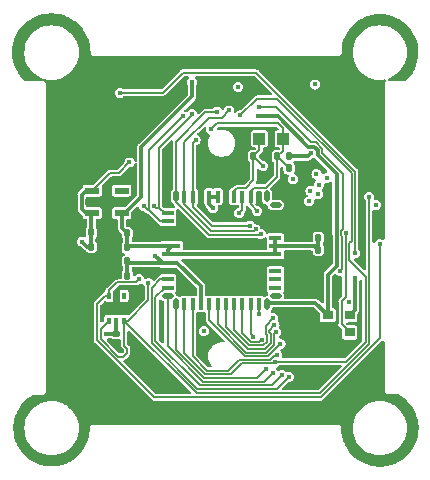
<source format=gbl>
%TF.GenerationSoftware,KiCad,Pcbnew,7.0.2*%
%TF.CreationDate,2023-07-30T22:12:35-04:00*%
%TF.ProjectId,CameraBoard,43616d65-7261-4426-9f61-72642e6b6963,rev?*%
%TF.SameCoordinates,Original*%
%TF.FileFunction,Copper,L4,Bot*%
%TF.FilePolarity,Positive*%
%FSLAX46Y46*%
G04 Gerber Fmt 4.6, Leading zero omitted, Abs format (unit mm)*
G04 Created by KiCad (PCBNEW 7.0.2) date 2023-07-30 22:12:35*
%MOMM*%
%LPD*%
G01*
G04 APERTURE LIST*
G04 Aperture macros list*
%AMRoundRect*
0 Rectangle with rounded corners*
0 $1 Rounding radius*
0 $2 $3 $4 $5 $6 $7 $8 $9 X,Y pos of 4 corners*
0 Add a 4 corners polygon primitive as box body*
4,1,4,$2,$3,$4,$5,$6,$7,$8,$9,$2,$3,0*
0 Add four circle primitives for the rounded corners*
1,1,$1+$1,$2,$3*
1,1,$1+$1,$4,$5*
1,1,$1+$1,$6,$7*
1,1,$1+$1,$8,$9*
0 Add four rect primitives between the rounded corners*
20,1,$1+$1,$2,$3,$4,$5,0*
20,1,$1+$1,$4,$5,$6,$7,0*
20,1,$1+$1,$6,$7,$8,$9,0*
20,1,$1+$1,$8,$9,$2,$3,0*%
G04 Aperture macros list end*
%TA.AperFunction,SMDPad,CuDef*%
%ADD10R,1.000000X1.000000*%
%TD*%
%TA.AperFunction,SMDPad,CuDef*%
%ADD11RoundRect,0.135000X0.135000X0.185000X-0.135000X0.185000X-0.135000X-0.185000X0.135000X-0.185000X0*%
%TD*%
%TA.AperFunction,SMDPad,CuDef*%
%ADD12R,1.600000X0.450000*%
%TD*%
%TA.AperFunction,SMDPad,CuDef*%
%ADD13R,1.000000X0.450000*%
%TD*%
%TA.AperFunction,SMDPad,CuDef*%
%ADD14O,1.000000X0.450000*%
%TD*%
%TA.AperFunction,SMDPad,CuDef*%
%ADD15O,0.450000X1.000000*%
%TD*%
%TA.AperFunction,SMDPad,CuDef*%
%ADD16R,0.450000X1.000000*%
%TD*%
%TA.AperFunction,SMDPad,CuDef*%
%ADD17RoundRect,0.140000X-0.140000X-0.170000X0.140000X-0.170000X0.140000X0.170000X-0.140000X0.170000X0*%
%TD*%
%TA.AperFunction,SMDPad,CuDef*%
%ADD18R,0.350000X0.600000*%
%TD*%
%TA.AperFunction,SMDPad,CuDef*%
%ADD19R,1.700000X1.100000*%
%TD*%
%TA.AperFunction,SMDPad,CuDef*%
%ADD20R,0.900000X0.800000*%
%TD*%
%TA.AperFunction,SMDPad,CuDef*%
%ADD21RoundRect,0.140000X0.140000X0.170000X-0.140000X0.170000X-0.140000X-0.170000X0.140000X-0.170000X0*%
%TD*%
%TA.AperFunction,SMDPad,CuDef*%
%ADD22R,1.200000X0.600000*%
%TD*%
%TA.AperFunction,SMDPad,CuDef*%
%ADD23RoundRect,0.135000X-0.135000X-0.185000X0.135000X-0.185000X0.135000X0.185000X-0.135000X0.185000X0*%
%TD*%
%TA.AperFunction,SMDPad,CuDef*%
%ADD24RoundRect,0.140000X-0.170000X0.140000X-0.170000X-0.140000X0.170000X-0.140000X0.170000X0.140000X0*%
%TD*%
%TA.AperFunction,ViaPad*%
%ADD25C,0.450000*%
%TD*%
%TA.AperFunction,Conductor*%
%ADD26C,0.300000*%
%TD*%
%TA.AperFunction,Conductor*%
%ADD27C,0.150000*%
%TD*%
G04 APERTURE END LIST*
D10*
X48600000Y-90300000D03*
D11*
X51120000Y-91800000D03*
X50100000Y-91800000D03*
D12*
X41157660Y-99396491D03*
D13*
X40857660Y-98696491D03*
X40857660Y-97996490D03*
X40857660Y-97296490D03*
X40857660Y-96596490D03*
D14*
X40832660Y-95896490D03*
D15*
X41557660Y-95171490D03*
D16*
X42257660Y-95196490D03*
X42957660Y-95196490D03*
X43657660Y-95196490D03*
X44357660Y-95196490D03*
X45057659Y-95196490D03*
X45757659Y-95196490D03*
X46457660Y-95196490D03*
X47157660Y-95196490D03*
X47857660Y-95196490D03*
X48557660Y-95196490D03*
D15*
X49257660Y-95171490D03*
D14*
X49982660Y-95896490D03*
D13*
X49957660Y-96596490D03*
X49957660Y-97296490D03*
X49957660Y-97996490D03*
X49957660Y-98696491D03*
X49957660Y-99396491D03*
X49957660Y-100096491D03*
X49957660Y-100796490D03*
X49957660Y-101496490D03*
X49957660Y-102196490D03*
X49957660Y-102896490D03*
D14*
X49982660Y-103596490D03*
D15*
X49257660Y-104321490D03*
D16*
X48557660Y-104296490D03*
X47857660Y-104296490D03*
X47157660Y-104296490D03*
X46457660Y-104296490D03*
X45757659Y-104296490D03*
X45057659Y-104296490D03*
X44357660Y-104296490D03*
X43657660Y-104296490D03*
X42957660Y-104296490D03*
X42257660Y-104296490D03*
D15*
X41557660Y-104321490D03*
D14*
X40832660Y-103596490D03*
D13*
X40857660Y-102896490D03*
X40857660Y-102196490D03*
X40857660Y-101496490D03*
X40857660Y-100796490D03*
X40857660Y-100096491D03*
D17*
X36470000Y-99490000D03*
X37430000Y-99490000D03*
D18*
X35850000Y-103590000D03*
X36500000Y-103590000D03*
X37150000Y-103590000D03*
X37150000Y-105690000D03*
X36500000Y-105690000D03*
X35850000Y-105690000D03*
D19*
X36500000Y-104640000D03*
D17*
X53590000Y-98680000D03*
X54550000Y-98680000D03*
X34382340Y-98233510D03*
X35342340Y-98233510D03*
D20*
X56250000Y-106700000D03*
X54400000Y-106700000D03*
X54400000Y-105250000D03*
X56250000Y-105250000D03*
D17*
X53600000Y-99700000D03*
X54560000Y-99700000D03*
X36470000Y-101890000D03*
X37430000Y-101890000D03*
D10*
X50600000Y-90300000D03*
D21*
X52080000Y-92800000D03*
X51120000Y-92800000D03*
D22*
X34450000Y-96590000D03*
X34450000Y-95640000D03*
X34450000Y-94690000D03*
X36950000Y-94690000D03*
X36950000Y-96590000D03*
D23*
X48090000Y-91800000D03*
X49110000Y-91800000D03*
D17*
X36450000Y-98290000D03*
X37410000Y-98290000D03*
X34362340Y-99433510D03*
X35322340Y-99433510D03*
D24*
X36500000Y-106800000D03*
X36500000Y-107760000D03*
D17*
X36470000Y-100690000D03*
X37430000Y-100690000D03*
D25*
X56175500Y-104078994D03*
X37600000Y-92300000D03*
X43900000Y-106600000D03*
X33600000Y-99000000D03*
X61600000Y-114900000D03*
X53850000Y-108500000D03*
X48500000Y-85800000D03*
X38050000Y-97450000D03*
X42200000Y-102600000D03*
X47500000Y-90900000D03*
X36900000Y-95600000D03*
X40750000Y-87350000D03*
X35700000Y-96800000D03*
X36950000Y-108250000D03*
X46750000Y-99300000D03*
X37000000Y-104700000D03*
X46550000Y-112750000D03*
X43100000Y-100950000D03*
X38600000Y-112400000D03*
X35350000Y-90350000D03*
X53800000Y-83800000D03*
X48700000Y-93900000D03*
X38550000Y-110000000D03*
X42300000Y-111600000D03*
X43800000Y-108750000D03*
X32700000Y-80700000D03*
X40300000Y-106800000D03*
X33300000Y-94300000D03*
X55400000Y-90000000D03*
X39800000Y-101500000D03*
X42100000Y-97400000D03*
X42000000Y-85800000D03*
X28700000Y-113300000D03*
X39350000Y-89050000D03*
X35550000Y-100250000D03*
X35850000Y-87250000D03*
X36100000Y-109600000D03*
X35700000Y-94600000D03*
X31550000Y-104050000D03*
X41700000Y-83750000D03*
X44650000Y-103050000D03*
X53500000Y-111300000D03*
X55350000Y-84800000D03*
X61600000Y-83400000D03*
X46900000Y-93500000D03*
X47800000Y-103200000D03*
X57700000Y-93100000D03*
X45800000Y-96500000D03*
X31100000Y-90450000D03*
X33000000Y-116700000D03*
X35550000Y-101900000D03*
X53300000Y-88050000D03*
X44800000Y-107200000D03*
X48600000Y-83900000D03*
X57000000Y-116900000D03*
X57000000Y-80900000D03*
X39850000Y-83950000D03*
X34500000Y-84550000D03*
X54400000Y-94400000D03*
X52678853Y-97401000D03*
X48000000Y-100750000D03*
X55150000Y-109650000D03*
X54900000Y-112400000D03*
X55300000Y-106600000D03*
X51950000Y-85550000D03*
X31500000Y-106350000D03*
X38400000Y-103200000D03*
X52600000Y-98300000D03*
X37800000Y-107500000D03*
X58800000Y-108500000D03*
X34200000Y-106700000D03*
X31200000Y-87050000D03*
X40800000Y-95100000D03*
X28300000Y-83700000D03*
X42700000Y-99100000D03*
X31050000Y-94250000D03*
X52300000Y-110050000D03*
X44950000Y-85700000D03*
X42900000Y-85500000D03*
X53000000Y-91500000D03*
X44700000Y-96200000D03*
X39800000Y-100200000D03*
X35600000Y-106800000D03*
X56700000Y-102100000D03*
X53300000Y-85700000D03*
X58500000Y-95900000D03*
X46800000Y-85900000D03*
X44500000Y-89500000D03*
X48400000Y-96400000D03*
X48917492Y-92582508D03*
X55954001Y-98300000D03*
X46900000Y-96600000D03*
X51443263Y-93721047D03*
X48536217Y-105150500D03*
X58800000Y-99200000D03*
X38400000Y-102200000D03*
X38800000Y-96000000D03*
X42100000Y-88400000D03*
X57900000Y-95200000D03*
X39700000Y-96000000D03*
X39200000Y-102500000D03*
X42900000Y-88206095D03*
X48725144Y-98377397D03*
X45000000Y-88000000D03*
X46000000Y-87900000D03*
X48276804Y-97979409D03*
X47779436Y-97644702D03*
X43200000Y-90400000D03*
X56700000Y-100000000D03*
X36800000Y-86400000D03*
X53561348Y-95001841D03*
X48084482Y-107050500D03*
X48800000Y-107300000D03*
X53425593Y-93293532D03*
X49773646Y-105483663D03*
X54300000Y-93600000D03*
X53674317Y-94188161D03*
X49877677Y-106108497D03*
X52919274Y-94704497D03*
X49988950Y-106697582D03*
X52826853Y-95603497D03*
X50384757Y-107650931D03*
X48600000Y-87600000D03*
X55450500Y-101500000D03*
X50100981Y-108570397D03*
X49951045Y-109190099D03*
X47000000Y-88300000D03*
X49155260Y-109757418D03*
X49726958Y-110098002D03*
X50496456Y-110322177D03*
X51083744Y-110442573D03*
X48500000Y-88400000D03*
D26*
X33550000Y-96240000D02*
X33550000Y-95040000D01*
X34362340Y-99433510D02*
X34362340Y-98253510D01*
X34382340Y-96657660D02*
X34450000Y-96590000D01*
X34362340Y-98253510D02*
X34382340Y-98233510D01*
X34382340Y-98233510D02*
X34382340Y-96657660D01*
X33550000Y-95040000D02*
X33900000Y-94690000D01*
X34362340Y-99433510D02*
X34033510Y-99433510D01*
D27*
X35940000Y-93200000D02*
X34450000Y-94690000D01*
X36700000Y-93200000D02*
X35940000Y-93200000D01*
D26*
X33900000Y-94690000D02*
X34450000Y-94690000D01*
X34033510Y-99433510D02*
X33600000Y-99000000D01*
D27*
X37600000Y-92300000D02*
X36700000Y-93200000D01*
D26*
X33900000Y-96590000D02*
X33550000Y-96240000D01*
X34450000Y-96590000D02*
X33900000Y-96590000D01*
D27*
X36500000Y-107760000D02*
X36500000Y-107800000D01*
D26*
X36950000Y-108250000D02*
X36950000Y-108210000D01*
X36950000Y-108210000D02*
X36500000Y-107760000D01*
X37430000Y-98310000D02*
X37410000Y-98290000D01*
X49957660Y-100096491D02*
X49957660Y-99396491D01*
X37523509Y-99396491D02*
X37430000Y-99490000D01*
X53296491Y-99396491D02*
X49957660Y-99396491D01*
X37210000Y-96590000D02*
X38600000Y-95200000D01*
X37430000Y-99490000D02*
X37430000Y-98310000D01*
X36950000Y-97830000D02*
X37410000Y-98290000D01*
X40857660Y-99696491D02*
X41157660Y-99396491D01*
X41157660Y-99396491D02*
X37523509Y-99396491D01*
X38600000Y-95200000D02*
X38600000Y-91000000D01*
X36950000Y-96590000D02*
X36950000Y-97830000D01*
X53600000Y-99700000D02*
X53296491Y-99396491D01*
X40857660Y-100096491D02*
X40857660Y-99696491D01*
X49957660Y-98696491D02*
X49957660Y-99396491D01*
X42900000Y-86700000D02*
X42900000Y-85500000D01*
X53590000Y-98680000D02*
X53590000Y-99690000D01*
X38600000Y-91000000D02*
X42900000Y-86700000D01*
X53590000Y-99690000D02*
X53600000Y-99700000D01*
X40857660Y-100096491D02*
X49957660Y-100096491D01*
X36950000Y-96590000D02*
X37210000Y-96590000D01*
X36500000Y-105690000D02*
X36500000Y-106800000D01*
X37536490Y-100796490D02*
X37430000Y-100690000D01*
X44357660Y-95196490D02*
X44357660Y-95857660D01*
X40396490Y-100796490D02*
X39800000Y-100200000D01*
X40857660Y-100796490D02*
X40396490Y-100796490D01*
X56700000Y-104800000D02*
X56700000Y-102100000D01*
X44357660Y-95857660D02*
X44700000Y-96200000D01*
X51120000Y-91800000D02*
X52700000Y-91800000D01*
X52700000Y-91800000D02*
X53000000Y-91500000D01*
X36500000Y-106800000D02*
X35600000Y-106800000D01*
X56250000Y-105250000D02*
X56700000Y-104800000D01*
X43657660Y-104296490D02*
X43657660Y-102796490D01*
X43657660Y-102796490D02*
X41657660Y-100796490D01*
X40857660Y-100796490D02*
X37536490Y-100796490D01*
X44357660Y-95196490D02*
X45057659Y-95196490D01*
X41657660Y-100796490D02*
X40857660Y-100796490D01*
X37430000Y-101890000D02*
X37430000Y-100690000D01*
D27*
X47857660Y-95857660D02*
X47857660Y-95196490D01*
X50200000Y-89000000D02*
X45000000Y-89000000D01*
X50600000Y-91300000D02*
X50600000Y-90300000D01*
X51100000Y-92800000D02*
X50100000Y-91800000D01*
X49153510Y-94446490D02*
X50100000Y-93500000D01*
X50100000Y-91800000D02*
X50600000Y-91300000D01*
X50600000Y-89400000D02*
X50200000Y-89000000D01*
X47857660Y-95196490D02*
X47857660Y-94721490D01*
X48400000Y-96400000D02*
X47857660Y-95857660D01*
X48132660Y-94446490D02*
X49153510Y-94446490D01*
X51120000Y-92800000D02*
X51100000Y-92800000D01*
X45000000Y-89000000D02*
X44500000Y-89500000D01*
X50100000Y-93500000D02*
X50100000Y-91800000D01*
X47857660Y-94721490D02*
X48132660Y-94446490D01*
X50600000Y-90300000D02*
X50600000Y-89400000D01*
X55575000Y-104043805D02*
X55900000Y-103718805D01*
X56250000Y-106700000D02*
X55575000Y-106025000D01*
X48090000Y-93810000D02*
X48090000Y-91800000D01*
X55575000Y-106025000D02*
X55575000Y-104043805D01*
X46457660Y-94721490D02*
X46707660Y-94471490D01*
X55900000Y-98354001D02*
X55954001Y-98300000D01*
X48090000Y-91800000D02*
X48872508Y-92582508D01*
X47428510Y-94471490D02*
X48090000Y-93810000D01*
X55900000Y-103718805D02*
X55900000Y-98354001D01*
X48090000Y-91800000D02*
X48600000Y-91290000D01*
X48600000Y-91290000D02*
X48600000Y-90300000D01*
X46457660Y-95196490D02*
X46457660Y-94721490D01*
X46707660Y-94471490D02*
X47428510Y-94471490D01*
X48872508Y-92582508D02*
X48917492Y-92582508D01*
X46900000Y-96600000D02*
X47157660Y-96342340D01*
X47157660Y-96342340D02*
X47157660Y-95196490D01*
X48557660Y-105129057D02*
X48536217Y-105150500D01*
X48557660Y-104296490D02*
X48557660Y-105129057D01*
X35525000Y-103590000D02*
X34850999Y-104264001D01*
X58800000Y-107200000D02*
X58800000Y-99200000D01*
X39250500Y-96339330D02*
X39250500Y-91249500D01*
X40857660Y-97296490D02*
X40207660Y-97296490D01*
X34850999Y-104264001D02*
X34850999Y-107360745D01*
X38175000Y-102425000D02*
X38400000Y-102200000D01*
X40207660Y-97296490D02*
X39250500Y-96339330D01*
X35850000Y-103140000D02*
X36565000Y-102425000D01*
X36565000Y-102425000D02*
X38175000Y-102425000D01*
X39250500Y-91249500D02*
X42100000Y-88400000D01*
X39690254Y-112200000D02*
X53800000Y-112200000D01*
X35850000Y-103590000D02*
X35525000Y-103590000D01*
X39250500Y-96339330D02*
X39139330Y-96339330D01*
X53800000Y-112200000D02*
X58800000Y-107200000D01*
X34850999Y-107360745D02*
X39690254Y-112200000D01*
X35850000Y-103590000D02*
X35850000Y-103140000D01*
X39139330Y-96339330D02*
X38800000Y-96000000D01*
X36663312Y-108749500D02*
X37086189Y-108749500D01*
X37150000Y-107814311D02*
X37150000Y-105690000D01*
X40107660Y-96121490D02*
X39821490Y-96121490D01*
X40107660Y-96121490D02*
X40107660Y-91042840D01*
X39200000Y-103965000D02*
X39200000Y-102500000D01*
X37475000Y-105690000D02*
X39200000Y-103965000D01*
X35150500Y-106389500D02*
X35150500Y-107236688D01*
X37399500Y-108063811D02*
X37150000Y-107814311D01*
X37150000Y-105690000D02*
X37475000Y-105690000D01*
X35150500Y-107236688D02*
X36663312Y-108749500D01*
X35850000Y-105690000D02*
X35150500Y-106389500D01*
X53739956Y-111836486D02*
X57900000Y-107676442D01*
X40857660Y-96596490D02*
X40582660Y-96596490D01*
X43296486Y-111836486D02*
X53739956Y-111836486D01*
X40107660Y-91042840D02*
X42900000Y-88250500D01*
X40582660Y-96596490D02*
X40107660Y-96121490D01*
X37086189Y-108749500D02*
X37399500Y-108436189D01*
X42900000Y-88250500D02*
X42900000Y-88206095D01*
X37399500Y-108436189D02*
X37399500Y-108063811D01*
X37150000Y-105690000D02*
X43296486Y-111836486D01*
X57900000Y-107676442D02*
X57900000Y-95200000D01*
X39821490Y-96121490D02*
X39700000Y-96000000D01*
X41557660Y-95671490D02*
X44335670Y-98449500D01*
X48653041Y-98449500D02*
X48725144Y-98377397D01*
X44032755Y-88067245D02*
X41557660Y-90542340D01*
X41557660Y-90542340D02*
X41557660Y-95171490D01*
X41557660Y-95171490D02*
X41557660Y-95671490D01*
X45000000Y-88000000D02*
X44932755Y-88067245D01*
X44932755Y-88067245D02*
X44032755Y-88067245D01*
X44335670Y-98449500D02*
X48653041Y-98449500D01*
X44300000Y-88500000D02*
X42257660Y-90542340D01*
X44519211Y-98108041D02*
X48148172Y-98108041D01*
X45400000Y-88500000D02*
X44300000Y-88500000D01*
X42257660Y-95196490D02*
X42257660Y-95846490D01*
X46000000Y-87900000D02*
X45400000Y-88500000D01*
X48148172Y-98108041D02*
X48276804Y-97979409D01*
X42257660Y-95846490D02*
X44519211Y-98108041D01*
X42257660Y-90542340D02*
X42257660Y-95196490D01*
X43200000Y-90400000D02*
X42957660Y-90642340D01*
X42957660Y-95196490D02*
X42957660Y-96057660D01*
X42957660Y-96057660D02*
X44558541Y-97658541D01*
X42957660Y-90642340D02*
X42957660Y-95196490D01*
X44558541Y-97658541D02*
X47765597Y-97658541D01*
X47765597Y-97658541D02*
X47779436Y-97644702D01*
X42100000Y-84700000D02*
X40400000Y-86400000D01*
X40400000Y-86400000D02*
X36800000Y-86400000D01*
X56700000Y-100000000D02*
X56703002Y-99996998D01*
X56703002Y-93084506D02*
X48318496Y-84700000D01*
X48318496Y-84700000D02*
X42100000Y-84700000D01*
X56703002Y-99996998D02*
X56703002Y-93084506D01*
X47857660Y-104296490D02*
X47857660Y-106823678D01*
X47857660Y-106823678D02*
X48084482Y-107050500D01*
X47157660Y-106781189D02*
X47878467Y-107501996D01*
X47157660Y-104296490D02*
X47157660Y-106781189D01*
X48598004Y-107501996D02*
X48800000Y-107300000D01*
X47878467Y-107501996D02*
X48598004Y-107501996D01*
X47754410Y-107801497D02*
X48934192Y-107801497D01*
X48934192Y-107801497D02*
X49249500Y-107486189D01*
X49131934Y-106796245D02*
X49131934Y-106125375D01*
X46457660Y-106504747D02*
X47754410Y-107801497D01*
X49249500Y-106913811D02*
X49131934Y-106796245D01*
X49249500Y-107486189D02*
X49249500Y-106913811D01*
X49131934Y-106125375D02*
X49773646Y-105483663D01*
X46457660Y-104296490D02*
X46457660Y-106504747D01*
X45757659Y-106228304D02*
X47630353Y-108100998D01*
X49549001Y-106789754D02*
X49431435Y-106672188D01*
X49058249Y-108100998D02*
X49549001Y-107610246D01*
X49431435Y-106554739D02*
X49877677Y-106108497D01*
X49549001Y-107610246D02*
X49549001Y-106789754D01*
X49431435Y-106672188D02*
X49431435Y-106554739D01*
X45757659Y-104296490D02*
X45757659Y-106228304D01*
X47630353Y-108100998D02*
X49058249Y-108100998D01*
X49848502Y-107734303D02*
X49848502Y-106838030D01*
X49848502Y-106838030D02*
X49988950Y-106697582D01*
X49182306Y-108400499D02*
X49848502Y-107734303D01*
X45057659Y-105951862D02*
X47506296Y-108400499D01*
X47506296Y-108400499D02*
X49182306Y-108400499D01*
X45057659Y-104296490D02*
X45057659Y-105951862D01*
X44357660Y-105675421D02*
X47382239Y-108700000D01*
X47382239Y-108700000D02*
X49335688Y-108700000D01*
X49335688Y-108700000D02*
X50384757Y-107650931D01*
X44357660Y-104296490D02*
X44357660Y-105675421D01*
X48600000Y-87600000D02*
X50000000Y-87600000D01*
X50000000Y-87600000D02*
X53000999Y-90600999D01*
X55600499Y-101350001D02*
X55450500Y-101500000D01*
X45905690Y-109924746D02*
X46830935Y-108999501D01*
X55700000Y-93300000D02*
X55700000Y-97918312D01*
X55700000Y-97918312D02*
X55504501Y-98113811D01*
X55504501Y-98113811D02*
X55504501Y-98486189D01*
X53000999Y-90600999D02*
X53372379Y-90600999D01*
X44174746Y-109924746D02*
X45905690Y-109924746D01*
X49935057Y-108570397D02*
X50100981Y-108570397D01*
X49505953Y-108999501D02*
X49935057Y-108570397D01*
X42957660Y-104296490D02*
X42957660Y-108707660D01*
X55504501Y-98486189D02*
X55600499Y-98582187D01*
X53899001Y-91499001D02*
X55700000Y-93300000D01*
X53899001Y-91127621D02*
X53899001Y-91499001D01*
X55600499Y-98582187D02*
X55600499Y-101350001D01*
X46830935Y-108999501D02*
X49505953Y-108999501D01*
X42957660Y-108707660D02*
X44174746Y-109924746D01*
X53372379Y-90600999D02*
X53899001Y-91127621D01*
X56403501Y-98932896D02*
X56200000Y-99136397D01*
X42257660Y-108457660D02*
X44024247Y-110224247D01*
X46226712Y-110224247D02*
X47151957Y-109299002D01*
X50094938Y-86900000D02*
X56403501Y-93208563D01*
X56403501Y-93208563D02*
X56403501Y-98932896D01*
X57600000Y-101970376D02*
X57600000Y-107500000D01*
X56200000Y-99136397D02*
X56200000Y-100570376D01*
X47000000Y-88300000D02*
X48400000Y-86900000D01*
X55933004Y-109166996D02*
X49974148Y-109166996D01*
X48400000Y-86900000D02*
X50094938Y-86900000D01*
X57600000Y-107500000D02*
X55933004Y-109166996D01*
X44024247Y-110224247D02*
X46226712Y-110224247D01*
X49842142Y-109299002D02*
X49951045Y-109190099D01*
X47151957Y-109299002D02*
X49842142Y-109299002D01*
X49974148Y-109166996D02*
X49951045Y-109190099D01*
X56200000Y-100570376D02*
X57600000Y-101970376D01*
X42257660Y-104296490D02*
X42257660Y-108457660D01*
X48369930Y-110542748D02*
X49155260Y-109757418D01*
X43919190Y-110542748D02*
X48369930Y-110542748D01*
X41557660Y-108181218D02*
X43919190Y-110542748D01*
X41557660Y-104321490D02*
X41557660Y-108181218D01*
X40832660Y-107882660D02*
X43808220Y-110858220D01*
X40832660Y-103596490D02*
X40832660Y-107882660D01*
X43808220Y-110858220D02*
X48966740Y-110858220D01*
X48966740Y-110858220D02*
X49726958Y-110098002D01*
X39799002Y-107399002D02*
X43557729Y-111157729D01*
X40857660Y-102896490D02*
X40582660Y-102896490D01*
X43557729Y-111157729D02*
X49660904Y-111157729D01*
X39799002Y-103680148D02*
X39799002Y-107399002D01*
X49660904Y-111157729D02*
X50496456Y-110322177D01*
X40582660Y-102896490D02*
X39799002Y-103680148D01*
X43357230Y-111457230D02*
X50069087Y-111457230D01*
X40207660Y-102196490D02*
X39499501Y-102904649D01*
X39499501Y-102904649D02*
X39499501Y-107599501D01*
X50069087Y-111457230D02*
X51083744Y-110442573D01*
X40857660Y-102196490D02*
X40207660Y-102196490D01*
X39499501Y-107599501D02*
X43357230Y-111457230D01*
D26*
X50180622Y-88400000D02*
X48500000Y-88400000D01*
X55140000Y-101068744D02*
X55140000Y-98651312D01*
X52756122Y-90975500D02*
X50180622Y-88400000D01*
X54400000Y-105250000D02*
X54400000Y-101808744D01*
X55140000Y-98651312D02*
X55130000Y-98641312D01*
X53524500Y-91688810D02*
X53524500Y-91282744D01*
X53350000Y-104200000D02*
X54400000Y-105250000D01*
X53524500Y-91282744D02*
X53217256Y-90975500D01*
X49379150Y-104200000D02*
X53350000Y-104200000D01*
X53217256Y-90975500D02*
X52756122Y-90975500D01*
X55130000Y-98641312D02*
X55130000Y-93294310D01*
X54400000Y-101808744D02*
X55140000Y-101068744D01*
X49257660Y-104321490D02*
X49379150Y-104200000D01*
X55130000Y-93294310D02*
X53524500Y-91688810D01*
%TA.AperFunction,Conductor*%
G36*
X31003574Y-79688208D02*
G01*
X31339709Y-79705825D01*
X31352617Y-79707182D01*
X31682180Y-79759380D01*
X31694864Y-79762075D01*
X32017187Y-79848441D01*
X32029525Y-79852451D01*
X32341039Y-79972030D01*
X32352882Y-79977302D01*
X32650216Y-80128801D01*
X32661422Y-80135271D01*
X32941289Y-80317019D01*
X32951779Y-80324641D01*
X33211099Y-80534634D01*
X33220744Y-80543319D01*
X33456680Y-80779255D01*
X33465365Y-80788900D01*
X33675358Y-81048220D01*
X33682983Y-81058714D01*
X33864724Y-81338571D01*
X33871201Y-81349790D01*
X33903196Y-81412583D01*
X34022692Y-81647107D01*
X34027971Y-81658965D01*
X34147548Y-81970475D01*
X34151559Y-81982818D01*
X34237922Y-82305129D01*
X34240620Y-82317825D01*
X34292817Y-82647382D01*
X34294174Y-82660291D01*
X34309043Y-82944018D01*
X34307099Y-82961245D01*
X34311449Y-83008181D01*
X34311978Y-83019623D01*
X34311978Y-83047594D01*
X34312081Y-83047911D01*
X34317621Y-83074788D01*
X34318443Y-83083660D01*
X34329467Y-83105800D01*
X34336396Y-83122750D01*
X34341390Y-83138121D01*
X34341393Y-83138125D01*
X34348574Y-83148009D01*
X34359250Y-83165612D01*
X34368520Y-83184228D01*
X34368522Y-83184231D01*
X34378038Y-83192906D01*
X34394815Y-83211655D01*
X34397342Y-83215133D01*
X34416792Y-83229264D01*
X34427447Y-83237947D01*
X34451545Y-83259916D01*
X34452431Y-83260259D01*
X34469258Y-83269429D01*
X34474351Y-83271083D01*
X34474353Y-83271085D01*
X34508439Y-83282159D01*
X34514891Y-83284456D01*
X34556305Y-83300500D01*
X55300765Y-83300500D01*
X55300766Y-83300500D01*
X55319893Y-83294284D01*
X55335411Y-83290330D01*
X55363604Y-83285061D01*
X55367796Y-83282464D01*
X55389463Y-83272416D01*
X55391293Y-83271085D01*
X55391296Y-83271085D01*
X55417121Y-83252321D01*
X55424701Y-83247230D01*
X55459123Y-83225919D01*
X55459122Y-83225919D01*
X55461570Y-83224404D01*
X55494654Y-83178867D01*
X55494654Y-83178866D01*
X55526827Y-83136264D01*
X55540058Y-83089758D01*
X55541386Y-83085403D01*
X55556511Y-83038854D01*
X55557741Y-83030036D01*
X55557572Y-83028207D01*
X55554964Y-83000070D01*
X55554606Y-82982154D01*
X55571115Y-82667150D01*
X55572472Y-82654244D01*
X55603424Y-82458820D01*
X55623595Y-82331463D01*
X55626288Y-82318788D01*
X55710879Y-82003093D01*
X55714887Y-81990761D01*
X55720345Y-81976543D01*
X55832006Y-81685655D01*
X55837271Y-81673827D01*
X55985659Y-81382600D01*
X55992125Y-81371402D01*
X56170136Y-81097289D01*
X56177738Y-81086825D01*
X56383428Y-80832818D01*
X56392095Y-80823193D01*
X56623193Y-80592095D01*
X56632818Y-80583428D01*
X56886825Y-80377738D01*
X56897289Y-80370136D01*
X57171402Y-80192125D01*
X57182600Y-80185659D01*
X57473827Y-80037271D01*
X57485655Y-80032006D01*
X57790765Y-79914885D01*
X57803093Y-79910879D01*
X58118788Y-79826288D01*
X58131463Y-79823595D01*
X58454246Y-79772471D01*
X58467150Y-79771115D01*
X58794250Y-79753971D01*
X58806845Y-79753953D01*
X59138346Y-79770339D01*
X59151418Y-79771684D01*
X59478456Y-79822996D01*
X59491314Y-79825719D01*
X59811084Y-79911425D01*
X59823603Y-79915505D01*
X60132438Y-80034618D01*
X60144454Y-80040001D01*
X60438948Y-80191206D01*
X60450324Y-80197832D01*
X60727114Y-80379406D01*
X60737714Y-80387195D01*
X60993697Y-80597102D01*
X61003417Y-80605976D01*
X61235687Y-80841832D01*
X61244415Y-80851691D01*
X61450370Y-81110850D01*
X61458003Y-81121579D01*
X61635309Y-81401106D01*
X61641762Y-81412583D01*
X61788438Y-81709353D01*
X61793637Y-81721451D01*
X61908011Y-82032089D01*
X61911898Y-82044670D01*
X61992688Y-82365686D01*
X61995219Y-82378607D01*
X62041515Y-82706378D01*
X62042662Y-82719495D01*
X62053940Y-83050336D01*
X62053689Y-83063501D01*
X62029823Y-83393662D01*
X62028178Y-83406726D01*
X61969436Y-83732499D01*
X61966415Y-83745315D01*
X61873458Y-84063030D01*
X61869094Y-84075454D01*
X61742974Y-84381511D01*
X61737319Y-84393401D01*
X61711774Y-84440484D01*
X61579456Y-84684360D01*
X61572575Y-84695577D01*
X61384742Y-84968167D01*
X61376706Y-84978597D01*
X61161035Y-85229726D01*
X61151938Y-85239246D01*
X61017430Y-85365808D01*
X60955117Y-85397412D01*
X60932457Y-85399500D01*
X59639225Y-85399500D01*
X59572186Y-85379815D01*
X59526431Y-85327011D01*
X59516487Y-85257853D01*
X59545512Y-85194297D01*
X59599367Y-85158081D01*
X59643557Y-85143080D01*
X59682252Y-85129945D01*
X59952718Y-84996566D01*
X60203461Y-84829025D01*
X60430189Y-84630189D01*
X60629025Y-84403461D01*
X60796566Y-84152718D01*
X60929945Y-83882252D01*
X61026880Y-83596691D01*
X61085713Y-83300920D01*
X61105436Y-83000000D01*
X61085713Y-82699080D01*
X61026880Y-82403309D01*
X60929945Y-82117748D01*
X60796566Y-81847282D01*
X60629025Y-81596539D01*
X60430189Y-81369811D01*
X60399742Y-81343110D01*
X60206518Y-81173656D01*
X60203461Y-81170975D01*
X60113478Y-81110850D01*
X59956092Y-81005688D01*
X59956087Y-81005685D01*
X59952718Y-81003434D01*
X59949082Y-81001641D01*
X59949077Y-81001638D01*
X59685894Y-80871851D01*
X59685893Y-80871850D01*
X59682252Y-80870055D01*
X59628153Y-80851691D01*
X59443177Y-80788900D01*
X59396691Y-80773120D01*
X59392714Y-80772329D01*
X59392707Y-80772327D01*
X59104899Y-80715078D01*
X59104891Y-80715077D01*
X59100920Y-80714287D01*
X58800000Y-80694564D01*
X58795957Y-80694829D01*
X58503122Y-80714022D01*
X58503120Y-80714022D01*
X58499080Y-80714287D01*
X58495110Y-80715076D01*
X58495100Y-80715078D01*
X58207292Y-80772327D01*
X58207281Y-80772329D01*
X58203309Y-80773120D01*
X58199466Y-80774424D01*
X58199464Y-80774425D01*
X57921594Y-80868749D01*
X57921587Y-80868751D01*
X57917748Y-80870055D01*
X57914111Y-80871848D01*
X57914105Y-80871851D01*
X57650922Y-81001638D01*
X57650910Y-81001644D01*
X57647282Y-81003434D01*
X57643919Y-81005681D01*
X57643907Y-81005688D01*
X57399920Y-81168715D01*
X57399911Y-81168721D01*
X57396539Y-81170975D01*
X57393488Y-81173650D01*
X57393481Y-81173656D01*
X57172859Y-81367137D01*
X57172851Y-81367144D01*
X57169811Y-81369811D01*
X57167144Y-81372851D01*
X57167137Y-81372859D01*
X56973656Y-81593481D01*
X56973650Y-81593488D01*
X56970975Y-81596539D01*
X56968721Y-81599911D01*
X56968715Y-81599920D01*
X56805688Y-81843907D01*
X56805681Y-81843919D01*
X56803434Y-81847282D01*
X56801644Y-81850910D01*
X56801638Y-81850922D01*
X56671851Y-82114105D01*
X56671848Y-82114111D01*
X56670055Y-82117748D01*
X56668751Y-82121587D01*
X56668749Y-82121594D01*
X56574425Y-82399464D01*
X56573120Y-82403309D01*
X56572329Y-82407281D01*
X56572327Y-82407292D01*
X56515078Y-82695100D01*
X56515076Y-82695110D01*
X56514287Y-82699080D01*
X56514022Y-82703120D01*
X56514022Y-82703122D01*
X56512949Y-82719495D01*
X56494564Y-83000000D01*
X56494828Y-83004043D01*
X56494829Y-83004043D01*
X56511599Y-83259916D01*
X56514287Y-83300920D01*
X56515077Y-83304891D01*
X56515078Y-83304899D01*
X56572327Y-83592707D01*
X56572329Y-83592714D01*
X56573120Y-83596691D01*
X56670055Y-83882252D01*
X56671850Y-83885893D01*
X56671851Y-83885894D01*
X56765331Y-84075454D01*
X56803434Y-84152718D01*
X56805685Y-84156087D01*
X56805688Y-84156092D01*
X56948218Y-84369403D01*
X56970975Y-84403461D01*
X57169811Y-84630189D01*
X57396539Y-84829025D01*
X57647282Y-84996566D01*
X57917748Y-85129945D01*
X58203309Y-85226880D01*
X58499080Y-85285713D01*
X58800000Y-85305436D01*
X59100920Y-85285713D01*
X59176187Y-85270741D01*
X59245776Y-85276968D01*
X59300954Y-85319830D01*
X59324199Y-85385720D01*
X59308132Y-85453717D01*
X59299330Y-85467086D01*
X59272026Y-85503241D01*
X59264712Y-85512049D01*
X59238853Y-85540415D01*
X59226844Y-85561975D01*
X59216343Y-85598884D01*
X59212704Y-85609741D01*
X59198836Y-85645537D01*
X59195429Y-85669968D01*
X59198970Y-85708183D01*
X59199499Y-85719623D01*
X59199499Y-98723654D01*
X59179814Y-98790693D01*
X59127010Y-98836448D01*
X59057852Y-98846392D01*
X59019205Y-98834139D01*
X58933126Y-98790280D01*
X58800000Y-98769195D01*
X58666875Y-98790280D01*
X58546778Y-98851472D01*
X58451472Y-98946778D01*
X58409985Y-99028202D01*
X58362010Y-99078998D01*
X58294189Y-99095793D01*
X58228054Y-99073256D01*
X58184603Y-99018540D01*
X58175500Y-98971907D01*
X58175500Y-96414558D01*
X58195185Y-96347519D01*
X58247989Y-96301764D01*
X58317147Y-96291820D01*
X58355791Y-96304072D01*
X58366874Y-96309719D01*
X58500000Y-96330804D01*
X58633126Y-96309719D01*
X58753220Y-96248528D01*
X58848528Y-96153220D01*
X58909719Y-96033126D01*
X58930804Y-95900000D01*
X58909719Y-95766874D01*
X58848528Y-95646780D01*
X58848527Y-95646778D01*
X58753221Y-95551472D01*
X58633124Y-95490280D01*
X58500001Y-95469195D01*
X58451286Y-95476911D01*
X58381992Y-95467955D01*
X58328541Y-95422958D01*
X58307902Y-95356206D01*
X58309416Y-95335039D01*
X58325563Y-95233092D01*
X58330804Y-95200000D01*
X58309719Y-95066874D01*
X58248528Y-94946780D01*
X58248527Y-94946778D01*
X58153221Y-94851472D01*
X58033124Y-94790280D01*
X57900000Y-94769195D01*
X57766875Y-94790280D01*
X57646778Y-94851472D01*
X57551472Y-94946778D01*
X57490280Y-95066875D01*
X57469195Y-95200000D01*
X57490280Y-95333124D01*
X57551472Y-95453221D01*
X57588180Y-95489928D01*
X57621666Y-95551251D01*
X57624500Y-95577610D01*
X57624499Y-101305898D01*
X57604814Y-101372937D01*
X57552010Y-101418692D01*
X57482852Y-101428636D01*
X57419296Y-101399611D01*
X57412832Y-101393592D01*
X56656304Y-100637064D01*
X56622819Y-100575741D01*
X56627803Y-100506049D01*
X56669675Y-100450116D01*
X56724587Y-100426910D01*
X56764214Y-100420633D01*
X56833126Y-100409719D01*
X56953220Y-100348528D01*
X57048528Y-100253220D01*
X57109719Y-100133126D01*
X57130804Y-100000000D01*
X57109719Y-99866874D01*
X57048528Y-99746780D01*
X57048527Y-99746779D01*
X57048526Y-99746777D01*
X57014820Y-99713070D01*
X56981336Y-99651747D01*
X56978502Y-99625390D01*
X56978502Y-93123849D01*
X56980885Y-93099657D01*
X56980912Y-93099522D01*
X56983899Y-93084506D01*
X56971939Y-93024378D01*
X56962517Y-92977011D01*
X56931797Y-92931036D01*
X56916996Y-92908884D01*
X56910213Y-92898732D01*
X56910205Y-92898722D01*
X56901625Y-92885881D01*
X56888778Y-92877297D01*
X56869988Y-92861876D01*
X49708112Y-85700000D01*
X52869195Y-85700000D01*
X52890280Y-85833124D01*
X52951472Y-85953221D01*
X53046778Y-86048527D01*
X53046780Y-86048528D01*
X53166874Y-86109719D01*
X53233436Y-86120261D01*
X53299999Y-86130804D01*
X53299999Y-86130803D01*
X53300000Y-86130804D01*
X53433126Y-86109719D01*
X53553220Y-86048528D01*
X53648528Y-85953220D01*
X53709719Y-85833126D01*
X53730804Y-85700000D01*
X53709719Y-85566874D01*
X53648528Y-85446780D01*
X53648527Y-85446778D01*
X53553221Y-85351472D01*
X53433124Y-85290280D01*
X53300000Y-85269195D01*
X53166875Y-85290280D01*
X53046778Y-85351472D01*
X52951472Y-85446778D01*
X52890280Y-85566875D01*
X52869195Y-85700000D01*
X49708112Y-85700000D01*
X48541123Y-84533011D01*
X48525701Y-84514219D01*
X48517119Y-84501375D01*
X48504275Y-84492793D01*
X48504274Y-84492792D01*
X48486527Y-84480934D01*
X48467961Y-84468528D01*
X48446976Y-84454506D01*
X48425989Y-84440483D01*
X48333652Y-84422117D01*
X48333649Y-84422117D01*
X48318496Y-84419102D01*
X48303343Y-84422117D01*
X48279152Y-84424500D01*
X42139344Y-84424500D01*
X42115153Y-84422117D01*
X42100000Y-84419102D01*
X42084847Y-84422117D01*
X42084843Y-84422117D01*
X41992505Y-84440484D01*
X41950533Y-84468528D01*
X41931967Y-84480934D01*
X41931959Y-84480939D01*
X41924378Y-84486006D01*
X41924376Y-84486007D01*
X41921149Y-84488162D01*
X41921146Y-84488165D01*
X41901375Y-84501376D01*
X41892792Y-84514222D01*
X41877372Y-84533010D01*
X40322203Y-86088181D01*
X40260880Y-86121666D01*
X40234522Y-86124500D01*
X37177610Y-86124500D01*
X37110571Y-86104815D01*
X37089928Y-86088180D01*
X37053221Y-86051472D01*
X36933124Y-85990280D01*
X36800000Y-85969195D01*
X36666875Y-85990280D01*
X36546778Y-86051472D01*
X36451472Y-86146778D01*
X36390280Y-86266875D01*
X36369195Y-86400000D01*
X36390280Y-86533124D01*
X36451472Y-86653221D01*
X36546778Y-86748527D01*
X36546780Y-86748528D01*
X36666874Y-86809719D01*
X36800000Y-86830804D01*
X36933126Y-86809719D01*
X37053220Y-86748528D01*
X37089928Y-86711819D01*
X37151251Y-86678334D01*
X37177610Y-86675500D01*
X40360656Y-86675500D01*
X40384847Y-86677883D01*
X40400000Y-86680897D01*
X40415153Y-86677883D01*
X40415153Y-86677882D01*
X40427132Y-86675500D01*
X40427133Y-86675500D01*
X40507495Y-86659515D01*
X40559898Y-86624500D01*
X40575622Y-86613994D01*
X40575621Y-86613994D01*
X40589052Y-86605021D01*
X40589054Y-86605017D01*
X40598624Y-86598624D01*
X40607211Y-86585771D01*
X40622624Y-86566990D01*
X42177796Y-85011819D01*
X42239120Y-84978334D01*
X42265478Y-84975500D01*
X42523389Y-84975500D01*
X42590428Y-84995185D01*
X42636183Y-85047989D01*
X42646127Y-85117147D01*
X42617102Y-85180703D01*
X42611070Y-85187181D01*
X42551472Y-85246778D01*
X42490280Y-85366875D01*
X42469195Y-85500000D01*
X42490280Y-85633124D01*
X42490280Y-85633125D01*
X42490281Y-85633126D01*
X42495733Y-85643827D01*
X42535985Y-85722824D01*
X42549500Y-85779119D01*
X42549500Y-86503455D01*
X42529815Y-86570494D01*
X42513181Y-86591136D01*
X38386955Y-90717361D01*
X38367104Y-90733483D01*
X38359332Y-90738561D01*
X38341500Y-90761471D01*
X38331765Y-90772496D01*
X38320441Y-90788357D01*
X38317392Y-90792445D01*
X38303948Y-90809719D01*
X38282891Y-90836773D01*
X38266871Y-90890582D01*
X38265309Y-90895458D01*
X38247074Y-90948577D01*
X38249394Y-91004668D01*
X38249500Y-91009792D01*
X38249500Y-92120973D01*
X38229815Y-92188012D01*
X38177011Y-92233767D01*
X38107853Y-92243711D01*
X38044297Y-92214686D01*
X38015015Y-92177268D01*
X37948527Y-92046778D01*
X37853221Y-91951472D01*
X37733124Y-91890280D01*
X37600000Y-91869195D01*
X37466875Y-91890280D01*
X37346778Y-91951472D01*
X37251472Y-92046778D01*
X37190280Y-92166875D01*
X37167746Y-92309146D01*
X37137816Y-92372280D01*
X37132954Y-92377428D01*
X36622203Y-92888181D01*
X36560880Y-92921666D01*
X36534522Y-92924500D01*
X35979344Y-92924500D01*
X35955153Y-92922117D01*
X35940000Y-92919102D01*
X35912867Y-92924500D01*
X35848130Y-92937377D01*
X35832506Y-92940484D01*
X35790567Y-92968507D01*
X35764378Y-92986006D01*
X35764376Y-92986007D01*
X35761146Y-92988164D01*
X35761143Y-92988167D01*
X35741375Y-93001376D01*
X35732792Y-93014222D01*
X35717372Y-93033010D01*
X34597203Y-94153181D01*
X34535880Y-94186666D01*
X34509522Y-94189500D01*
X33830251Y-94189500D01*
X33771769Y-94201132D01*
X33705447Y-94245447D01*
X33661132Y-94311769D01*
X33649499Y-94370252D01*
X33649499Y-94393459D01*
X33629813Y-94460497D01*
X33613180Y-94481136D01*
X33336955Y-94757361D01*
X33317104Y-94773483D01*
X33309332Y-94778561D01*
X33291500Y-94801471D01*
X33281765Y-94812496D01*
X33270441Y-94828357D01*
X33267392Y-94832445D01*
X33250954Y-94853566D01*
X33232891Y-94876773D01*
X33216871Y-94930582D01*
X33215309Y-94935458D01*
X33197073Y-94988578D01*
X33199393Y-95044670D01*
X33199499Y-95049792D01*
X33199499Y-96190790D01*
X33196861Y-96216232D01*
X33194956Y-96225316D01*
X33198547Y-96254127D01*
X33199459Y-96268799D01*
X33202665Y-96288013D01*
X33203403Y-96293079D01*
X33210351Y-96348809D01*
X33237081Y-96398202D01*
X33239421Y-96402747D01*
X33251025Y-96426484D01*
X33264084Y-96453198D01*
X33305386Y-96491218D01*
X33309085Y-96494767D01*
X33613181Y-96798863D01*
X33646666Y-96860186D01*
X33649500Y-96886544D01*
X33649500Y-96909748D01*
X33661132Y-96968230D01*
X33705447Y-97034552D01*
X33771769Y-97078867D01*
X33830251Y-97090500D01*
X33830252Y-97090500D01*
X33907840Y-97090500D01*
X33974879Y-97110185D01*
X34020634Y-97162989D01*
X34031840Y-97214500D01*
X34031840Y-97741107D01*
X34012155Y-97808146D01*
X33995521Y-97828788D01*
X33959115Y-97865193D01*
X33908368Y-97974022D01*
X33908368Y-97974023D01*
X33901840Y-98023609D01*
X33901840Y-98027661D01*
X33901840Y-98027662D01*
X33901840Y-98439350D01*
X33901840Y-98439365D01*
X33901841Y-98443410D01*
X33902369Y-98447421D01*
X33902370Y-98447436D01*
X33903935Y-98459323D01*
X33893166Y-98528358D01*
X33846784Y-98580612D01*
X33779514Y-98599494D01*
X33752601Y-98592862D01*
X33752524Y-98593353D01*
X33600000Y-98569195D01*
X33466875Y-98590280D01*
X33346778Y-98651472D01*
X33251472Y-98746778D01*
X33190280Y-98866875D01*
X33169195Y-99000000D01*
X33190280Y-99133124D01*
X33251472Y-99253221D01*
X33346779Y-99348528D01*
X33392446Y-99371796D01*
X33466874Y-99409719D01*
X33471820Y-99410502D01*
X33483118Y-99412292D01*
X33546253Y-99442221D01*
X33551402Y-99447084D01*
X33750871Y-99646553D01*
X33766999Y-99666413D01*
X33771630Y-99673502D01*
X33772073Y-99674179D01*
X33794983Y-99692010D01*
X33806006Y-99701745D01*
X33821865Y-99713068D01*
X33825974Y-99716132D01*
X33870933Y-99751124D01*
X33886107Y-99758935D01*
X33894285Y-99764774D01*
X33893391Y-99766025D01*
X33927682Y-99788245D01*
X33931592Y-99794301D01*
X33939115Y-99801824D01*
X33939116Y-99801826D01*
X33988762Y-99851472D01*
X34024025Y-99886735D01*
X34078438Y-99912107D01*
X34132853Y-99937482D01*
X34182439Y-99944010D01*
X34542240Y-99944009D01*
X34591827Y-99937482D01*
X34700656Y-99886734D01*
X34785564Y-99801826D01*
X34836312Y-99692997D01*
X34842840Y-99643411D01*
X34842839Y-99223610D01*
X34836312Y-99174023D01*
X34785564Y-99065194D01*
X34785563Y-99065193D01*
X34785563Y-99065192D01*
X34749159Y-99028788D01*
X34715674Y-98967465D01*
X34712840Y-98941107D01*
X34712840Y-98745913D01*
X34732525Y-98678874D01*
X34749159Y-98658232D01*
X34805564Y-98601826D01*
X34810099Y-98592100D01*
X34856312Y-98492997D01*
X34862840Y-98443411D01*
X34862839Y-98023610D01*
X34856312Y-97974023D01*
X34805564Y-97865194D01*
X34805563Y-97865193D01*
X34805563Y-97865192D01*
X34769159Y-97828788D01*
X34735674Y-97767465D01*
X34732840Y-97741107D01*
X34732840Y-97214500D01*
X34752525Y-97147461D01*
X34805329Y-97101706D01*
X34856840Y-97090500D01*
X35069749Y-97090500D01*
X35098989Y-97084683D01*
X35128231Y-97078867D01*
X35194552Y-97034552D01*
X35238867Y-96968231D01*
X35250500Y-96909748D01*
X35250500Y-96270252D01*
X35248810Y-96261758D01*
X35238867Y-96211769D01*
X35194552Y-96145447D01*
X35128230Y-96101132D01*
X35069749Y-96089500D01*
X35069748Y-96089500D01*
X34024500Y-96089500D01*
X33957461Y-96069815D01*
X33911706Y-96017011D01*
X33900500Y-95965500D01*
X33900500Y-95314500D01*
X33920185Y-95247461D01*
X33972989Y-95201706D01*
X34024500Y-95190500D01*
X35069749Y-95190500D01*
X35098989Y-95184683D01*
X35128231Y-95178867D01*
X35194552Y-95134552D01*
X35238867Y-95068231D01*
X35250500Y-95009748D01*
X36149500Y-95009748D01*
X36161132Y-95068230D01*
X36205447Y-95134552D01*
X36271769Y-95178867D01*
X36330251Y-95190500D01*
X36330252Y-95190500D01*
X37569749Y-95190500D01*
X37598989Y-95184683D01*
X37628231Y-95178867D01*
X37694552Y-95134552D01*
X37738867Y-95068231D01*
X37750500Y-95009748D01*
X37750500Y-94370252D01*
X37750499Y-94370249D01*
X37738867Y-94311769D01*
X37694552Y-94245447D01*
X37628230Y-94201132D01*
X37569749Y-94189500D01*
X37569748Y-94189500D01*
X36330252Y-94189500D01*
X36330251Y-94189500D01*
X36271769Y-94201132D01*
X36205447Y-94245447D01*
X36161132Y-94311769D01*
X36149500Y-94370251D01*
X36149500Y-95009748D01*
X35250500Y-95009748D01*
X35250500Y-94370252D01*
X35250500Y-94370251D01*
X35250500Y-94370249D01*
X35248310Y-94359240D01*
X35254537Y-94289649D01*
X35282243Y-94247371D01*
X36017796Y-93511819D01*
X36079120Y-93478334D01*
X36105478Y-93475500D01*
X36660656Y-93475500D01*
X36684847Y-93477883D01*
X36700000Y-93480897D01*
X36715153Y-93477883D01*
X36715153Y-93477882D01*
X36727132Y-93475500D01*
X36727133Y-93475500D01*
X36807495Y-93459515D01*
X36862806Y-93422557D01*
X36875622Y-93413994D01*
X36875622Y-93413993D01*
X36889049Y-93405022D01*
X36889051Y-93405019D01*
X36898624Y-93398624D01*
X36907210Y-93385774D01*
X36922624Y-93366991D01*
X37522571Y-92767043D01*
X37583892Y-92733560D01*
X37590852Y-92732253D01*
X37600000Y-92730804D01*
X37733126Y-92709719D01*
X37853220Y-92648528D01*
X37948528Y-92553220D01*
X38009719Y-92433126D01*
X38009719Y-92433125D01*
X38015015Y-92422732D01*
X38062989Y-92371935D01*
X38130810Y-92355140D01*
X38196945Y-92377677D01*
X38240397Y-92432392D01*
X38249500Y-92479026D01*
X38249500Y-95003456D01*
X38229815Y-95070495D01*
X38213181Y-95091137D01*
X37251137Y-96053181D01*
X37189814Y-96086666D01*
X37163456Y-96089500D01*
X36330251Y-96089500D01*
X36271769Y-96101132D01*
X36205447Y-96145447D01*
X36161132Y-96211769D01*
X36149500Y-96270251D01*
X36149500Y-96909748D01*
X36161132Y-96968230D01*
X36205447Y-97034552D01*
X36271769Y-97078867D01*
X36330251Y-97090500D01*
X36330252Y-97090500D01*
X36475500Y-97090500D01*
X36542539Y-97110185D01*
X36588294Y-97162989D01*
X36599500Y-97214500D01*
X36599500Y-97780788D01*
X36596861Y-97806234D01*
X36594957Y-97815313D01*
X36598548Y-97844121D01*
X36599458Y-97858795D01*
X36602665Y-97878013D01*
X36603403Y-97883078D01*
X36610351Y-97938809D01*
X36637081Y-97988202D01*
X36639421Y-97992747D01*
X36660802Y-98036484D01*
X36660803Y-98036485D01*
X36664084Y-98043196D01*
X36669581Y-98048256D01*
X36669582Y-98048258D01*
X36705399Y-98081230D01*
X36709097Y-98084779D01*
X36893181Y-98268863D01*
X36926666Y-98330186D01*
X36929500Y-98356543D01*
X36929500Y-98495839D01*
X36929501Y-98495847D01*
X36929501Y-98499900D01*
X36930029Y-98503915D01*
X36930030Y-98503922D01*
X36936028Y-98549488D01*
X36986776Y-98658317D01*
X37043181Y-98714722D01*
X37076666Y-98776045D01*
X37079500Y-98802403D01*
X37079500Y-98997597D01*
X37059815Y-99064636D01*
X37043181Y-99085278D01*
X37006775Y-99121683D01*
X36956028Y-99230512D01*
X36953039Y-99253220D01*
X36949500Y-99280099D01*
X36949500Y-99284151D01*
X36949500Y-99284152D01*
X36949500Y-99695840D01*
X36949500Y-99695855D01*
X36949501Y-99699900D01*
X36950029Y-99703916D01*
X36950030Y-99703921D01*
X36956028Y-99749488D01*
X37006776Y-99858317D01*
X37091681Y-99943222D01*
X37091682Y-99943222D01*
X37091684Y-99943224D01*
X37165442Y-99977618D01*
X37217880Y-100023788D01*
X37237032Y-100090982D01*
X37216817Y-100157863D01*
X37165442Y-100202381D01*
X37091682Y-100236776D01*
X37006775Y-100321683D01*
X36956028Y-100430512D01*
X36950603Y-100471724D01*
X36949500Y-100480099D01*
X36949500Y-100484151D01*
X36949500Y-100484152D01*
X36949500Y-100895840D01*
X36949500Y-100895855D01*
X36949501Y-100899900D01*
X36950029Y-100903916D01*
X36950030Y-100903921D01*
X36956028Y-100949488D01*
X37006775Y-101058316D01*
X37043180Y-101094720D01*
X37076666Y-101156043D01*
X37079500Y-101182402D01*
X37079500Y-101397597D01*
X37059815Y-101464636D01*
X37043181Y-101485278D01*
X37006775Y-101521683D01*
X36956028Y-101630512D01*
X36956028Y-101630513D01*
X36949500Y-101680099D01*
X36949500Y-101888892D01*
X36949501Y-102025500D01*
X36929817Y-102092539D01*
X36877013Y-102138294D01*
X36825501Y-102149500D01*
X36604344Y-102149500D01*
X36580153Y-102147117D01*
X36565000Y-102144102D01*
X36549847Y-102147117D01*
X36549843Y-102147117D01*
X36457505Y-102165484D01*
X36415533Y-102193528D01*
X36396967Y-102205934D01*
X36396959Y-102205939D01*
X36389378Y-102211006D01*
X36389376Y-102211007D01*
X36386149Y-102213162D01*
X36386146Y-102213165D01*
X36366375Y-102226376D01*
X36357792Y-102239222D01*
X36342372Y-102258010D01*
X35683010Y-102917372D01*
X35664222Y-102932791D01*
X35651376Y-102941374D01*
X35597269Y-103022351D01*
X35581848Y-103041141D01*
X35580243Y-103042745D01*
X35582636Y-103064997D01*
X35551361Y-103127476D01*
X35530717Y-103145044D01*
X35486132Y-103211769D01*
X35479438Y-103245424D01*
X35447052Y-103307335D01*
X35426712Y-103324333D01*
X35358935Y-103369619D01*
X35358925Y-103369626D01*
X35349378Y-103376006D01*
X35349376Y-103376007D01*
X35346146Y-103378164D01*
X35346143Y-103378167D01*
X35326375Y-103391376D01*
X35317792Y-103404222D01*
X35302372Y-103423010D01*
X34684009Y-104041373D01*
X34665221Y-104056792D01*
X34652375Y-104065375D01*
X34591484Y-104156504D01*
X34585754Y-104185316D01*
X34570102Y-104264000D01*
X34573116Y-104279152D01*
X34575499Y-104303344D01*
X34575499Y-107321401D01*
X34573116Y-107345592D01*
X34570102Y-107360744D01*
X34573116Y-107375896D01*
X34573116Y-107375899D01*
X34578836Y-107404653D01*
X34591484Y-107468240D01*
X34617046Y-107506496D01*
X34636545Y-107535679D01*
X34652375Y-107559369D01*
X34665221Y-107567952D01*
X34684010Y-107583372D01*
X39467624Y-112366986D01*
X39483045Y-112385776D01*
X39491630Y-112398624D01*
X39504472Y-112407204D01*
X39504476Y-112407208D01*
X39514631Y-112413993D01*
X39514632Y-112413994D01*
X39540788Y-112431471D01*
X39582759Y-112459515D01*
X39663121Y-112475500D01*
X39663122Y-112475500D01*
X39675100Y-112477882D01*
X39675101Y-112477883D01*
X39690254Y-112480897D01*
X39705407Y-112477883D01*
X39729598Y-112475500D01*
X53760656Y-112475500D01*
X53784847Y-112477883D01*
X53800000Y-112480897D01*
X53815153Y-112477883D01*
X53815153Y-112477882D01*
X53827132Y-112475500D01*
X53827133Y-112475500D01*
X53907495Y-112459515D01*
X53932654Y-112442703D01*
X53949466Y-112431471D01*
X53989051Y-112405022D01*
X53989054Y-112405017D01*
X53998624Y-112398624D01*
X54007211Y-112385771D01*
X54022624Y-112366990D01*
X58966990Y-107422624D01*
X58985770Y-107407212D01*
X58998624Y-107398624D01*
X58998625Y-107398622D01*
X59006612Y-107393286D01*
X59073291Y-107372411D01*
X59140670Y-107390898D01*
X59187358Y-107442879D01*
X59199499Y-107496391D01*
X59199499Y-111540784D01*
X59195429Y-111569962D01*
X59198971Y-111608181D01*
X59199500Y-111619623D01*
X59199500Y-111627847D01*
X59201011Y-111635935D01*
X59202591Y-111647262D01*
X59206133Y-111685481D01*
X59213975Y-111708876D01*
X59234178Y-111741505D01*
X59239741Y-111751492D01*
X59251020Y-111774142D01*
X59256862Y-111785874D01*
X59272618Y-111804848D01*
X59303247Y-111827977D01*
X59312059Y-111835295D01*
X59321426Y-111843834D01*
X59340421Y-111861150D01*
X59361971Y-111873154D01*
X59398887Y-111883657D01*
X59409750Y-111887298D01*
X59445538Y-111901163D01*
X59469966Y-111904570D01*
X59471792Y-111904400D01*
X59471793Y-111904401D01*
X59502110Y-111901591D01*
X59508182Y-111901029D01*
X59519624Y-111900500D01*
X60288399Y-111900500D01*
X60349810Y-111916775D01*
X60503817Y-112004570D01*
X60569750Y-112042156D01*
X60581096Y-112049469D01*
X60680200Y-112121283D01*
X60859109Y-112250924D01*
X60869594Y-112259429D01*
X61090490Y-112459514D01*
X61124057Y-112489918D01*
X61133555Y-112499513D01*
X61333926Y-112725291D01*
X61361448Y-112756302D01*
X61369846Y-112766873D01*
X61516508Y-112973656D01*
X61568466Y-113046912D01*
X61575664Y-113058331D01*
X61678224Y-113242562D01*
X61742660Y-113358310D01*
X61748572Y-113370440D01*
X61881971Y-113686817D01*
X61886528Y-113699517D01*
X61984728Y-114028495D01*
X61987880Y-114041624D01*
X62049731Y-114379333D01*
X62051437Y-114392727D01*
X62076204Y-114735165D01*
X62076443Y-114748665D01*
X62063831Y-115091758D01*
X62062601Y-115105204D01*
X62012761Y-115444887D01*
X62010077Y-115458120D01*
X61923597Y-115790380D01*
X61919490Y-115803242D01*
X61797396Y-116124135D01*
X61791914Y-116136475D01*
X61635663Y-116442171D01*
X61628873Y-116453841D01*
X61440295Y-116740762D01*
X61432275Y-116751625D01*
X61213641Y-117016314D01*
X61204489Y-117026240D01*
X60958351Y-117265611D01*
X60948173Y-117274483D01*
X60677486Y-117485658D01*
X60666404Y-117493372D01*
X60374343Y-117673876D01*
X60362488Y-117680338D01*
X60052552Y-117828008D01*
X60040064Y-117833144D01*
X59715895Y-117946244D01*
X59702923Y-117949991D01*
X59368390Y-118027173D01*
X59355088Y-118029488D01*
X59014131Y-118069841D01*
X59000656Y-118070695D01*
X58657354Y-118073739D01*
X58643866Y-118073124D01*
X58302245Y-118038820D01*
X58288904Y-118036741D01*
X57953052Y-117965501D01*
X57940016Y-117961984D01*
X57613905Y-117854651D01*
X57601328Y-117849738D01*
X57288815Y-117707583D01*
X57276847Y-117701332D01*
X56981635Y-117526035D01*
X56970418Y-117518519D01*
X56937925Y-117494084D01*
X56696024Y-117312171D01*
X56685693Y-117303483D01*
X56435349Y-117068513D01*
X56426033Y-117058761D01*
X56202724Y-116797969D01*
X56194522Y-116787262D01*
X56000890Y-116503732D01*
X55993894Y-116492184D01*
X55841435Y-116206518D01*
X55832241Y-116189290D01*
X55826549Y-116177068D01*
X55734596Y-115947711D01*
X55698783Y-115858381D01*
X55694449Y-115845594D01*
X55648828Y-115682252D01*
X55602093Y-115514923D01*
X55599176Y-115501746D01*
X55543318Y-115162975D01*
X55541853Y-115149583D01*
X55525840Y-114855902D01*
X55527711Y-114839189D01*
X55524079Y-114800000D01*
X56494564Y-114800000D01*
X56494828Y-114804043D01*
X56494829Y-114804043D01*
X56513686Y-115091758D01*
X56514287Y-115100920D01*
X56515077Y-115104891D01*
X56515078Y-115104899D01*
X56572327Y-115392707D01*
X56572329Y-115392714D01*
X56573120Y-115396691D01*
X56670055Y-115682252D01*
X56671850Y-115685893D01*
X56671851Y-115685894D01*
X56758575Y-115861754D01*
X56803434Y-115952718D01*
X56805685Y-115956087D01*
X56805688Y-115956092D01*
X56957525Y-116183332D01*
X56970975Y-116203461D01*
X57169811Y-116430189D01*
X57396539Y-116629025D01*
X57399921Y-116631284D01*
X57399920Y-116631284D01*
X57633348Y-116787256D01*
X57647282Y-116796566D01*
X57917748Y-116929945D01*
X58203309Y-117026880D01*
X58499080Y-117085713D01*
X58800000Y-117105436D01*
X59100920Y-117085713D01*
X59396691Y-117026880D01*
X59682252Y-116929945D01*
X59952718Y-116796566D01*
X60203461Y-116629025D01*
X60430189Y-116430189D01*
X60629025Y-116203461D01*
X60796566Y-115952718D01*
X60929945Y-115682252D01*
X61026880Y-115396691D01*
X61085713Y-115100920D01*
X61105436Y-114800000D01*
X61104525Y-114786108D01*
X61103587Y-114771793D01*
X61085713Y-114499080D01*
X61026880Y-114203309D01*
X60929945Y-113917748D01*
X60796566Y-113647282D01*
X60629025Y-113396539D01*
X60430189Y-113169811D01*
X60399742Y-113143110D01*
X60206518Y-112973656D01*
X60203461Y-112970975D01*
X60068234Y-112880619D01*
X59956092Y-112805688D01*
X59956087Y-112805685D01*
X59952718Y-112803434D01*
X59949082Y-112801641D01*
X59949077Y-112801638D01*
X59685894Y-112671851D01*
X59685893Y-112671850D01*
X59682252Y-112670055D01*
X59396691Y-112573120D01*
X59392714Y-112572329D01*
X59392707Y-112572327D01*
X59104899Y-112515078D01*
X59104891Y-112515077D01*
X59100920Y-112514287D01*
X58800000Y-112494564D01*
X58795957Y-112494829D01*
X58503122Y-112514022D01*
X58503120Y-112514022D01*
X58499080Y-112514287D01*
X58495110Y-112515076D01*
X58495100Y-112515078D01*
X58207292Y-112572327D01*
X58207281Y-112572329D01*
X58203309Y-112573120D01*
X58199466Y-112574424D01*
X58199464Y-112574425D01*
X57921594Y-112668749D01*
X57921587Y-112668751D01*
X57917748Y-112670055D01*
X57914111Y-112671848D01*
X57914105Y-112671851D01*
X57650922Y-112801638D01*
X57650910Y-112801644D01*
X57647282Y-112803434D01*
X57643919Y-112805681D01*
X57643907Y-112805688D01*
X57399920Y-112968715D01*
X57399911Y-112968721D01*
X57396539Y-112970975D01*
X57393488Y-112973650D01*
X57393481Y-112973656D01*
X57172859Y-113167137D01*
X57172851Y-113167144D01*
X57169811Y-113169811D01*
X57167144Y-113172851D01*
X57167137Y-113172859D01*
X56973656Y-113393481D01*
X56973650Y-113393488D01*
X56970975Y-113396539D01*
X56968721Y-113399911D01*
X56968715Y-113399920D01*
X56805688Y-113643907D01*
X56805681Y-113643919D01*
X56803434Y-113647282D01*
X56801644Y-113650910D01*
X56801638Y-113650922D01*
X56671851Y-113914105D01*
X56671848Y-113914111D01*
X56670055Y-113917748D01*
X56668751Y-113921587D01*
X56668749Y-113921594D01*
X56592344Y-114146677D01*
X56573120Y-114203309D01*
X56572329Y-114207281D01*
X56572327Y-114207292D01*
X56515078Y-114495100D01*
X56515076Y-114495110D01*
X56514287Y-114499080D01*
X56514022Y-114503120D01*
X56514022Y-114503122D01*
X56495100Y-114791817D01*
X56494564Y-114800000D01*
X55524079Y-114800000D01*
X55523321Y-114791817D01*
X55522792Y-114780375D01*
X55522792Y-114752405D01*
X55522690Y-114752092D01*
X55517148Y-114725211D01*
X55516327Y-114716340D01*
X55505304Y-114694203D01*
X55498372Y-114677248D01*
X55493377Y-114661875D01*
X55486199Y-114651996D01*
X55475514Y-114634377D01*
X55466251Y-114615774D01*
X55466250Y-114615773D01*
X55466250Y-114615772D01*
X55456727Y-114607091D01*
X55439951Y-114588341D01*
X55437427Y-114584867D01*
X55435126Y-114583195D01*
X55417971Y-114570731D01*
X55407337Y-114562066D01*
X55383225Y-114540084D01*
X55383224Y-114540083D01*
X55382589Y-114539837D01*
X55382337Y-114539740D01*
X55365511Y-114530570D01*
X55326338Y-114517842D01*
X55319864Y-114515538D01*
X55287814Y-114503122D01*
X55278465Y-114499500D01*
X34583128Y-114499500D01*
X34487938Y-114499500D01*
X34487937Y-114499500D01*
X34468810Y-114505714D01*
X34453283Y-114509670D01*
X34425098Y-114514939D01*
X34420899Y-114517539D01*
X34399233Y-114527588D01*
X34371594Y-114547668D01*
X34363994Y-114552772D01*
X34327133Y-114575596D01*
X34294047Y-114621133D01*
X34261875Y-114663736D01*
X34248652Y-114710208D01*
X34247320Y-114714584D01*
X34232192Y-114761148D01*
X34230962Y-114769966D01*
X34233719Y-114799724D01*
X34234067Y-114817852D01*
X34216556Y-115141913D01*
X34215114Y-115155216D01*
X34160982Y-115486535D01*
X34158115Y-115499606D01*
X34068595Y-115823163D01*
X34064336Y-115835849D01*
X33940472Y-116147873D01*
X33934871Y-116160026D01*
X33778105Y-116456886D01*
X33771227Y-116468365D01*
X33583380Y-116746609D01*
X33575305Y-116757279D01*
X33358576Y-117013652D01*
X33349398Y-117023391D01*
X33106294Y-117254927D01*
X33096120Y-117263619D01*
X32829496Y-117467598D01*
X32818445Y-117475144D01*
X32531383Y-117649211D01*
X32519583Y-117655522D01*
X32215429Y-117797645D01*
X32203017Y-117802647D01*
X31885334Y-117911161D01*
X31872456Y-117914797D01*
X31544922Y-117988448D01*
X31531727Y-117990675D01*
X31198163Y-118028603D01*
X31184804Y-118029395D01*
X30849097Y-118031156D01*
X30835732Y-118030504D01*
X30501795Y-117996081D01*
X30488577Y-117993993D01*
X30160279Y-117923782D01*
X30147383Y-117920287D01*
X29828540Y-117815101D01*
X29816100Y-117810237D01*
X29523919Y-117677428D01*
X29510475Y-117671317D01*
X29498610Y-117665131D01*
X29209732Y-117494084D01*
X29198602Y-117486654D01*
X28929853Y-117285484D01*
X28919588Y-117276899D01*
X28735732Y-117105436D01*
X28674066Y-117047927D01*
X28664789Y-117038288D01*
X28654385Y-117026240D01*
X28445376Y-116784199D01*
X28437190Y-116773614D01*
X28418543Y-116746609D01*
X28246434Y-116497357D01*
X28239444Y-116485965D01*
X28079566Y-116190758D01*
X28073838Y-116178666D01*
X28063788Y-116154103D01*
X27946698Y-115867941D01*
X27942317Y-115855333D01*
X27849397Y-115532701D01*
X27846398Y-115519683D01*
X27845570Y-115514929D01*
X27788787Y-115188923D01*
X27787209Y-115175667D01*
X27765576Y-114840645D01*
X27765436Y-114827265D01*
X27766447Y-114804043D01*
X27766623Y-114800000D01*
X28694564Y-114800000D01*
X28694829Y-114804043D01*
X28713686Y-115091758D01*
X28714287Y-115100920D01*
X28715077Y-115104891D01*
X28715078Y-115104899D01*
X28772327Y-115392707D01*
X28772329Y-115392714D01*
X28773120Y-115396691D01*
X28870055Y-115682252D01*
X28871850Y-115685893D01*
X28871851Y-115685894D01*
X28958575Y-115861754D01*
X29003434Y-115952718D01*
X29005685Y-115956087D01*
X29005688Y-115956092D01*
X29157525Y-116183332D01*
X29170975Y-116203461D01*
X29369811Y-116430189D01*
X29596539Y-116629025D01*
X29599921Y-116631284D01*
X29599920Y-116631284D01*
X29833348Y-116787256D01*
X29847282Y-116796566D01*
X30117748Y-116929945D01*
X30403309Y-117026880D01*
X30699080Y-117085713D01*
X31000000Y-117105436D01*
X31300920Y-117085713D01*
X31596691Y-117026880D01*
X31882252Y-116929945D01*
X32152718Y-116796566D01*
X32403461Y-116629025D01*
X32630189Y-116430189D01*
X32829025Y-116203461D01*
X32996566Y-115952718D01*
X33129945Y-115682252D01*
X33226880Y-115396691D01*
X33285713Y-115100920D01*
X33305436Y-114800000D01*
X33304525Y-114786108D01*
X33303587Y-114771793D01*
X33285713Y-114499080D01*
X33226880Y-114203309D01*
X33129945Y-113917748D01*
X32996566Y-113647282D01*
X32829025Y-113396539D01*
X32630189Y-113169811D01*
X32599742Y-113143110D01*
X32406518Y-112973656D01*
X32403461Y-112970975D01*
X32268234Y-112880619D01*
X32156092Y-112805688D01*
X32156087Y-112805685D01*
X32152718Y-112803434D01*
X32149082Y-112801641D01*
X32149077Y-112801638D01*
X31885894Y-112671851D01*
X31885893Y-112671850D01*
X31882252Y-112670055D01*
X31596691Y-112573120D01*
X31592714Y-112572329D01*
X31592707Y-112572327D01*
X31304899Y-112515078D01*
X31304891Y-112515077D01*
X31300920Y-112514287D01*
X31000000Y-112494564D01*
X30995957Y-112494829D01*
X30703122Y-112514022D01*
X30703120Y-112514022D01*
X30699080Y-112514287D01*
X30695110Y-112515076D01*
X30695100Y-112515078D01*
X30407292Y-112572327D01*
X30407281Y-112572329D01*
X30403309Y-112573120D01*
X30399466Y-112574424D01*
X30399464Y-112574425D01*
X30121594Y-112668749D01*
X30121587Y-112668751D01*
X30117748Y-112670055D01*
X30114111Y-112671848D01*
X30114105Y-112671851D01*
X29850922Y-112801638D01*
X29850910Y-112801644D01*
X29847282Y-112803434D01*
X29843919Y-112805681D01*
X29843907Y-112805688D01*
X29599920Y-112968715D01*
X29599911Y-112968721D01*
X29596539Y-112970975D01*
X29593488Y-112973650D01*
X29593481Y-112973656D01*
X29372859Y-113167137D01*
X29372851Y-113167144D01*
X29369811Y-113169811D01*
X29367144Y-113172851D01*
X29367137Y-113172859D01*
X29173656Y-113393481D01*
X29173650Y-113393488D01*
X29170975Y-113396539D01*
X29168721Y-113399911D01*
X29168715Y-113399920D01*
X29005688Y-113643907D01*
X29005681Y-113643919D01*
X29003434Y-113647282D01*
X29001644Y-113650910D01*
X29001638Y-113650922D01*
X28871851Y-113914105D01*
X28871848Y-113914111D01*
X28870055Y-113917748D01*
X28868751Y-113921587D01*
X28868749Y-113921594D01*
X28792344Y-114146677D01*
X28773120Y-114203309D01*
X28772329Y-114207281D01*
X28772327Y-114207292D01*
X28715078Y-114495100D01*
X28715076Y-114495110D01*
X28714287Y-114499080D01*
X28714022Y-114503120D01*
X28714022Y-114503122D01*
X28695100Y-114791817D01*
X28694564Y-114800000D01*
X27766623Y-114800000D01*
X27780032Y-114491856D01*
X27781331Y-114478562D01*
X27831986Y-114146668D01*
X27834712Y-114133587D01*
X27920839Y-113809080D01*
X27924954Y-113796386D01*
X28045545Y-113483053D01*
X28051008Y-113470864D01*
X28204663Y-113172350D01*
X28211407Y-113160822D01*
X28396344Y-112880590D01*
X28404274Y-112869880D01*
X28618332Y-112611208D01*
X28627382Y-112601401D01*
X28868060Y-112367309D01*
X28878129Y-112358522D01*
X29142608Y-112151748D01*
X29153575Y-112144090D01*
X29354821Y-112019151D01*
X29420224Y-112000500D01*
X30140784Y-112000500D01*
X30169966Y-112004570D01*
X30171792Y-112004400D01*
X30171793Y-112004401D01*
X30208182Y-112001028D01*
X30219624Y-112000500D01*
X30227842Y-112000500D01*
X30227844Y-112000500D01*
X30235930Y-111998988D01*
X30247256Y-111997407D01*
X30283660Y-111994035D01*
X30283661Y-111994034D01*
X30285486Y-111993865D01*
X30308868Y-111986028D01*
X30310428Y-111985061D01*
X30310433Y-111985061D01*
X30341528Y-111965806D01*
X30351486Y-111960260D01*
X30384228Y-111943958D01*
X30384230Y-111943955D01*
X30385878Y-111943135D01*
X30404841Y-111927389D01*
X30405950Y-111925920D01*
X30405952Y-111925919D01*
X30427980Y-111896747D01*
X30435282Y-111887953D01*
X30459916Y-111860933D01*
X30459916Y-111860931D01*
X30461154Y-111859574D01*
X30473153Y-111838031D01*
X30483655Y-111801119D01*
X30487296Y-111790254D01*
X30493538Y-111774142D01*
X30500500Y-111756173D01*
X30500500Y-111756171D01*
X30501163Y-111754460D01*
X30504570Y-111730034D01*
X30501029Y-111691816D01*
X30500500Y-111680375D01*
X30500500Y-85759215D01*
X30504570Y-85730034D01*
X30503605Y-85719623D01*
X30501029Y-85691816D01*
X30500500Y-85680375D01*
X30500500Y-85672156D01*
X30498990Y-85664080D01*
X30497407Y-85652731D01*
X30493866Y-85614515D01*
X30486029Y-85591132D01*
X30485061Y-85589569D01*
X30485061Y-85589567D01*
X30465814Y-85558482D01*
X30460246Y-85548484D01*
X30443141Y-85514130D01*
X30427383Y-85495153D01*
X30396750Y-85472020D01*
X30387935Y-85464700D01*
X30379239Y-85456772D01*
X30342959Y-85397060D01*
X30344722Y-85327212D01*
X30383968Y-85269406D01*
X30448235Y-85241994D01*
X30486967Y-85243520D01*
X30699080Y-85285713D01*
X31000000Y-85305436D01*
X31300920Y-85285713D01*
X31596691Y-85226880D01*
X31882252Y-85129945D01*
X32152718Y-84996566D01*
X32403461Y-84829025D01*
X32630189Y-84630189D01*
X32829025Y-84403461D01*
X32996566Y-84152718D01*
X33129945Y-83882252D01*
X33226880Y-83596691D01*
X33285713Y-83300920D01*
X33305436Y-83000000D01*
X33285713Y-82699080D01*
X33226880Y-82403309D01*
X33129945Y-82117748D01*
X32996566Y-81847282D01*
X32829025Y-81596539D01*
X32630189Y-81369811D01*
X32599742Y-81343110D01*
X32406518Y-81173656D01*
X32403461Y-81170975D01*
X32313478Y-81110850D01*
X32156092Y-81005688D01*
X32156087Y-81005685D01*
X32152718Y-81003434D01*
X32149082Y-81001641D01*
X32149077Y-81001638D01*
X31885894Y-80871851D01*
X31885893Y-80871850D01*
X31882252Y-80870055D01*
X31828153Y-80851691D01*
X31643177Y-80788900D01*
X31596691Y-80773120D01*
X31592714Y-80772329D01*
X31592707Y-80772327D01*
X31304899Y-80715078D01*
X31304891Y-80715077D01*
X31300920Y-80714287D01*
X31000000Y-80694564D01*
X30995957Y-80694829D01*
X30703122Y-80714022D01*
X30703120Y-80714022D01*
X30699080Y-80714287D01*
X30695110Y-80715076D01*
X30695100Y-80715078D01*
X30407292Y-80772327D01*
X30407281Y-80772329D01*
X30403309Y-80773120D01*
X30399466Y-80774424D01*
X30399464Y-80774425D01*
X30121594Y-80868749D01*
X30121587Y-80868751D01*
X30117748Y-80870055D01*
X30114111Y-80871848D01*
X30114105Y-80871851D01*
X29850922Y-81001638D01*
X29850910Y-81001644D01*
X29847282Y-81003434D01*
X29843919Y-81005681D01*
X29843907Y-81005688D01*
X29599920Y-81168715D01*
X29599911Y-81168721D01*
X29596539Y-81170975D01*
X29593488Y-81173650D01*
X29593481Y-81173656D01*
X29372859Y-81367137D01*
X29372851Y-81367144D01*
X29369811Y-81369811D01*
X29367144Y-81372851D01*
X29367137Y-81372859D01*
X29173656Y-81593481D01*
X29173650Y-81593488D01*
X29170975Y-81596539D01*
X29168721Y-81599911D01*
X29168715Y-81599920D01*
X29005688Y-81843907D01*
X29005681Y-81843919D01*
X29003434Y-81847282D01*
X29001644Y-81850910D01*
X29001638Y-81850922D01*
X28871851Y-82114105D01*
X28871848Y-82114111D01*
X28870055Y-82117748D01*
X28868751Y-82121587D01*
X28868749Y-82121594D01*
X28774425Y-82399464D01*
X28773120Y-82403309D01*
X28772329Y-82407281D01*
X28772327Y-82407292D01*
X28715078Y-82695100D01*
X28715076Y-82695110D01*
X28714287Y-82699080D01*
X28714022Y-82703120D01*
X28714022Y-82703122D01*
X28712949Y-82719495D01*
X28694564Y-83000000D01*
X28694829Y-83004043D01*
X28711599Y-83259916D01*
X28714287Y-83300920D01*
X28715077Y-83304891D01*
X28715078Y-83304899D01*
X28772327Y-83592707D01*
X28772329Y-83592714D01*
X28773120Y-83596691D01*
X28870055Y-83882252D01*
X28871850Y-83885893D01*
X28871851Y-83885894D01*
X28965331Y-84075454D01*
X29003434Y-84152718D01*
X29005685Y-84156087D01*
X29005688Y-84156092D01*
X29148218Y-84369403D01*
X29170975Y-84403461D01*
X29369811Y-84630189D01*
X29596539Y-84829025D01*
X29847282Y-84996566D01*
X30117748Y-85129945D01*
X30121596Y-85131251D01*
X30121598Y-85131252D01*
X30200633Y-85158081D01*
X30257788Y-85198270D01*
X30284141Y-85262979D01*
X30271327Y-85331663D01*
X30223413Y-85382516D01*
X30160775Y-85399500D01*
X28770297Y-85399500D01*
X28703258Y-85379815D01*
X28684377Y-85364908D01*
X28549056Y-85234865D01*
X28540060Y-85225250D01*
X28391042Y-85047989D01*
X28323539Y-84967692D01*
X28315623Y-84957191D01*
X28138830Y-84694748D01*
X28127626Y-84678116D01*
X28120860Y-84666820D01*
X27963527Y-84369403D01*
X27958000Y-84357463D01*
X27833077Y-84045006D01*
X27828851Y-84032553D01*
X27737773Y-83708636D01*
X27734887Y-83695790D01*
X27678670Y-83364049D01*
X27677162Y-83350968D01*
X27672981Y-83283218D01*
X27656438Y-83015128D01*
X27656327Y-83001962D01*
X27666854Y-82766145D01*
X27671332Y-82665816D01*
X27672617Y-82652715D01*
X27673428Y-82647382D01*
X27723181Y-82320059D01*
X27725848Y-82307170D01*
X27775648Y-82117748D01*
X27811402Y-81981747D01*
X27815415Y-81969226D01*
X27935005Y-81654681D01*
X27940318Y-81642671D01*
X28092582Y-81342590D01*
X28099140Y-81331207D01*
X28282366Y-81048963D01*
X28290099Y-81038334D01*
X28502222Y-80777108D01*
X28511022Y-80767376D01*
X28749660Y-80530105D01*
X28759452Y-80521352D01*
X29021896Y-80310729D01*
X29032560Y-80303066D01*
X29315851Y-80121465D01*
X29327283Y-80114966D01*
X29628235Y-79964427D01*
X29640270Y-79959187D01*
X29955499Y-79841405D01*
X29968033Y-79837467D01*
X30293963Y-79753778D01*
X30306837Y-79751192D01*
X30639814Y-79702534D01*
X30652900Y-79701328D01*
X30992269Y-79688133D01*
X31003574Y-79688208D01*
G37*
%TD.AperFunction*%
%TA.AperFunction,Conductor*%
G36*
X37630703Y-106560765D02*
G01*
X37637181Y-106566797D01*
X42783203Y-111712819D01*
X42816688Y-111774142D01*
X42811704Y-111843834D01*
X42769832Y-111899767D01*
X42704368Y-111924184D01*
X42695522Y-111924500D01*
X39855732Y-111924500D01*
X39788693Y-111904815D01*
X39768051Y-111888181D01*
X37103494Y-109223624D01*
X37070009Y-109162301D01*
X37074993Y-109092609D01*
X37116865Y-109036676D01*
X37166984Y-109014326D01*
X37171299Y-109013467D01*
X37193684Y-109009015D01*
X37254510Y-108968372D01*
X37261811Y-108963494D01*
X37261811Y-108963493D01*
X37275239Y-108954521D01*
X37275239Y-108954520D01*
X37284813Y-108948124D01*
X37293400Y-108935271D01*
X37308813Y-108916490D01*
X37566490Y-108658813D01*
X37585270Y-108643401D01*
X37598124Y-108634813D01*
X37659015Y-108543684D01*
X37675000Y-108463322D01*
X37675000Y-108463321D01*
X37677383Y-108451343D01*
X37677383Y-108451340D01*
X37680397Y-108436189D01*
X37677383Y-108421036D01*
X37675000Y-108396845D01*
X37675000Y-108103154D01*
X37677383Y-108078962D01*
X37677952Y-108076103D01*
X37680397Y-108063811D01*
X37659015Y-107956316D01*
X37635956Y-107921806D01*
X37606712Y-107878038D01*
X37606705Y-107878030D01*
X37598123Y-107865186D01*
X37585276Y-107856602D01*
X37566490Y-107841185D01*
X37461818Y-107736513D01*
X37428334Y-107675190D01*
X37425500Y-107648832D01*
X37425500Y-106654478D01*
X37445185Y-106587439D01*
X37497989Y-106541684D01*
X37567147Y-106531740D01*
X37630703Y-106560765D01*
G37*
%TD.AperFunction*%
%TA.AperFunction,Conductor*%
G36*
X38750735Y-102580196D02*
G01*
X38784106Y-102621007D01*
X38851471Y-102753220D01*
X38888180Y-102789928D01*
X38921666Y-102851251D01*
X38924500Y-102877610D01*
X38924500Y-103799521D01*
X38904815Y-103866560D01*
X38888181Y-103887202D01*
X37577707Y-105197675D01*
X37516384Y-105231160D01*
X37446692Y-105226176D01*
X37421135Y-105213096D01*
X37403231Y-105201133D01*
X37344749Y-105189500D01*
X37344748Y-105189500D01*
X36955252Y-105189500D01*
X36955251Y-105189500D01*
X36896769Y-105201133D01*
X36893888Y-105203058D01*
X36827210Y-105223934D01*
X36759830Y-105205448D01*
X36756143Y-105203078D01*
X36753231Y-105201133D01*
X36753230Y-105201132D01*
X36753229Y-105201132D01*
X36694749Y-105189500D01*
X36694748Y-105189500D01*
X36305252Y-105189500D01*
X36305251Y-105189500D01*
X36246769Y-105201133D01*
X36243888Y-105203058D01*
X36177210Y-105223934D01*
X36109830Y-105205448D01*
X36106143Y-105203078D01*
X36103231Y-105201133D01*
X36103230Y-105201132D01*
X36103229Y-105201132D01*
X36044749Y-105189500D01*
X36044748Y-105189500D01*
X35655252Y-105189500D01*
X35655251Y-105189500D01*
X35596769Y-105201132D01*
X35530447Y-105245447D01*
X35486132Y-105311769D01*
X35474500Y-105370251D01*
X35474500Y-105624521D01*
X35454815Y-105691560D01*
X35438182Y-105712201D01*
X35338178Y-105812205D01*
X35276858Y-105845689D01*
X35207166Y-105840705D01*
X35151232Y-105798834D01*
X35126815Y-105733370D01*
X35126499Y-105724523D01*
X35126499Y-104429478D01*
X35146184Y-104362439D01*
X35162814Y-104341801D01*
X35422293Y-104082321D01*
X35483614Y-104048838D01*
X35553305Y-104053822D01*
X35578857Y-104066898D01*
X35596769Y-104078867D01*
X35635757Y-104086622D01*
X35655251Y-104090500D01*
X35655252Y-104090500D01*
X36044749Y-104090500D01*
X36081709Y-104083148D01*
X36103231Y-104078867D01*
X36169552Y-104034552D01*
X36213867Y-103968231D01*
X36225500Y-103909748D01*
X36774500Y-103909748D01*
X36786132Y-103968230D01*
X36830447Y-104034552D01*
X36896769Y-104078867D01*
X36955251Y-104090500D01*
X36955252Y-104090500D01*
X37344749Y-104090500D01*
X37381709Y-104083148D01*
X37403231Y-104078867D01*
X37469552Y-104034552D01*
X37513867Y-103968231D01*
X37525500Y-103909748D01*
X37525500Y-103270252D01*
X37520561Y-103245424D01*
X37513867Y-103211769D01*
X37469552Y-103145447D01*
X37403230Y-103101132D01*
X37344749Y-103089500D01*
X37344748Y-103089500D01*
X36955252Y-103089500D01*
X36955251Y-103089500D01*
X36896769Y-103101132D01*
X36830447Y-103145447D01*
X36786132Y-103211769D01*
X36774500Y-103270251D01*
X36774500Y-103909748D01*
X36225500Y-103909748D01*
X36225500Y-103270252D01*
X36219162Y-103238388D01*
X36225389Y-103168797D01*
X36253095Y-103126519D01*
X36642796Y-102736819D01*
X36704120Y-102703334D01*
X36730478Y-102700500D01*
X38135656Y-102700500D01*
X38159847Y-102702883D01*
X38175000Y-102705897D01*
X38190153Y-102702883D01*
X38190153Y-102702882D01*
X38202132Y-102700500D01*
X38202133Y-102700500D01*
X38282495Y-102684515D01*
X38329640Y-102653013D01*
X38381081Y-102636905D01*
X38380602Y-102633877D01*
X38533126Y-102609719D01*
X38617326Y-102566817D01*
X38685995Y-102553920D01*
X38750735Y-102580196D01*
G37*
%TD.AperFunction*%
%TA.AperFunction,Conductor*%
G36*
X40279705Y-103920730D02*
G01*
X40286183Y-103926762D01*
X40304438Y-103945017D01*
X40304440Y-103945018D01*
X40424534Y-104006209D01*
X40452558Y-104010647D01*
X40515690Y-104040575D01*
X40552622Y-104099886D01*
X40557159Y-104133120D01*
X40557160Y-107468182D01*
X40537475Y-107535221D01*
X40484671Y-107580976D01*
X40415513Y-107590920D01*
X40351957Y-107561895D01*
X40345479Y-107555863D01*
X40110821Y-107321205D01*
X40077336Y-107259882D01*
X40074502Y-107233524D01*
X40074502Y-104014443D01*
X40094187Y-103947404D01*
X40146991Y-103901649D01*
X40216149Y-103891705D01*
X40279705Y-103920730D01*
G37*
%TD.AperFunction*%
%TA.AperFunction,Conductor*%
G36*
X43381334Y-104990708D02*
G01*
X43412912Y-104996990D01*
X43412913Y-104996990D01*
X43902407Y-104996990D01*
X43902408Y-104996990D01*
X43933968Y-104990712D01*
X44003559Y-104996939D01*
X44058737Y-105039801D01*
X44081982Y-105105690D01*
X44082160Y-105112329D01*
X44082160Y-105636077D01*
X44079777Y-105660268D01*
X44076763Y-105675420D01*
X44079777Y-105690572D01*
X44079777Y-105690575D01*
X44084079Y-105712202D01*
X44098145Y-105782916D01*
X44115685Y-105809166D01*
X44123701Y-105821163D01*
X44143303Y-105850501D01*
X44159035Y-105874044D01*
X44159036Y-105874045D01*
X44171882Y-105882628D01*
X44190671Y-105898048D01*
X45623812Y-107331189D01*
X45657297Y-107392512D01*
X45652313Y-107462204D01*
X45610441Y-107518137D01*
X45544977Y-107542554D01*
X45513350Y-107540759D01*
X45506614Y-107539500D01*
X45506610Y-107539500D01*
X45293390Y-107539500D01*
X45187101Y-107559369D01*
X45083801Y-107578679D01*
X44884982Y-107655701D01*
X44703698Y-107767947D01*
X44546126Y-107911594D01*
X44417631Y-108081747D01*
X44322595Y-108272609D01*
X44264243Y-108477689D01*
X44244571Y-108689999D01*
X44264243Y-108902310D01*
X44322595Y-109107390D01*
X44417631Y-109298252D01*
X44532619Y-109450519D01*
X44557311Y-109515880D01*
X44542746Y-109584215D01*
X44493549Y-109633827D01*
X44433665Y-109649246D01*
X44340224Y-109649246D01*
X44273185Y-109629561D01*
X44252543Y-109612927D01*
X43269479Y-108629863D01*
X43235994Y-108568540D01*
X43233160Y-108542182D01*
X43233160Y-106685298D01*
X43252845Y-106618259D01*
X43272438Y-106601281D01*
X43271504Y-106600662D01*
X43444197Y-106600662D01*
X43476137Y-106650363D01*
X43479633Y-106665900D01*
X43490280Y-106733124D01*
X43551472Y-106853221D01*
X43646778Y-106948527D01*
X43646780Y-106948528D01*
X43766874Y-107009719D01*
X43833436Y-107020261D01*
X43899999Y-107030804D01*
X43899999Y-107030803D01*
X43900000Y-107030804D01*
X44033126Y-107009719D01*
X44153220Y-106948528D01*
X44248528Y-106853220D01*
X44309719Y-106733126D01*
X44330804Y-106600000D01*
X44309719Y-106466874D01*
X44248528Y-106346780D01*
X44248527Y-106346778D01*
X44153221Y-106251472D01*
X44033124Y-106190280D01*
X43899999Y-106169195D01*
X43766875Y-106190280D01*
X43646778Y-106251472D01*
X43551472Y-106346778D01*
X43490280Y-106466875D01*
X43479633Y-106534099D01*
X43449704Y-106597234D01*
X43444197Y-106600662D01*
X43271504Y-106600662D01*
X43262297Y-106594557D01*
X43234183Y-106530593D01*
X43233160Y-106514701D01*
X43233160Y-105112329D01*
X43252845Y-105045290D01*
X43305649Y-104999535D01*
X43374807Y-104989591D01*
X43381334Y-104990708D01*
G37*
%TD.AperFunction*%
%TA.AperFunction,Conductor*%
G36*
X55512007Y-109462181D02*
G01*
X55557762Y-109514985D01*
X55567706Y-109584143D01*
X55538681Y-109647699D01*
X55532649Y-109654177D01*
X53662159Y-111524667D01*
X53600836Y-111558152D01*
X53574478Y-111560986D01*
X50654309Y-111560986D01*
X50587270Y-111541301D01*
X50541515Y-111488497D01*
X50531571Y-111419339D01*
X50560596Y-111355783D01*
X50566628Y-111349305D01*
X50664931Y-111251001D01*
X51006315Y-110909616D01*
X51067636Y-110876133D01*
X51074596Y-110874826D01*
X51083744Y-110873377D01*
X51216870Y-110852292D01*
X51336964Y-110791101D01*
X51432272Y-110695793D01*
X51493463Y-110575699D01*
X51514548Y-110442573D01*
X51493463Y-110309447D01*
X51432272Y-110189353D01*
X51432271Y-110189351D01*
X51336965Y-110094045D01*
X51216868Y-110032853D01*
X51083744Y-110011768D01*
X50950617Y-110032853D01*
X50936992Y-110039796D01*
X50868323Y-110052691D01*
X50803583Y-110026413D01*
X50793019Y-110016991D01*
X50749677Y-109973649D01*
X50629580Y-109912457D01*
X50496456Y-109891372D01*
X50363329Y-109912457D01*
X50272672Y-109958649D01*
X50204003Y-109971545D01*
X50139262Y-109945268D01*
X50105893Y-109904459D01*
X50075485Y-109844780D01*
X50036822Y-109806117D01*
X50003337Y-109744794D01*
X50008321Y-109675102D01*
X50050193Y-109619169D01*
X50068209Y-109607951D01*
X50204263Y-109538628D01*
X50204262Y-109538628D01*
X50204265Y-109538627D01*
X50264078Y-109478813D01*
X50325399Y-109445330D01*
X50351758Y-109442496D01*
X55444968Y-109442496D01*
X55512007Y-109462181D01*
G37*
%TD.AperFunction*%
%TA.AperFunction,Conductor*%
G36*
X50101561Y-89295185D02*
G01*
X50122203Y-89311819D01*
X50198203Y-89387819D01*
X50231688Y-89449142D01*
X50226704Y-89518834D01*
X50184832Y-89574767D01*
X50119368Y-89599184D01*
X50110522Y-89599500D01*
X50080251Y-89599500D01*
X50021769Y-89611132D01*
X49955447Y-89655447D01*
X49911132Y-89721769D01*
X49899500Y-89780251D01*
X49899500Y-90819748D01*
X49911132Y-90878230D01*
X49955447Y-90944552D01*
X50021769Y-90988867D01*
X50080251Y-91000500D01*
X50080252Y-91000500D01*
X50200500Y-91000500D01*
X50267539Y-91020185D01*
X50313294Y-91072989D01*
X50324500Y-91124500D01*
X50324500Y-91134521D01*
X50304815Y-91201560D01*
X50288183Y-91222200D01*
X50267205Y-91243179D01*
X50205883Y-91276666D01*
X50179522Y-91279500D01*
X49925684Y-91279500D01*
X49921668Y-91280028D01*
X49921663Y-91280029D01*
X49876827Y-91285931D01*
X49769594Y-91335935D01*
X49685935Y-91419594D01*
X49635931Y-91526827D01*
X49630029Y-91571663D01*
X49629500Y-91575684D01*
X49629500Y-92024316D01*
X49630028Y-92028332D01*
X49630029Y-92028336D01*
X49635931Y-92073172D01*
X49685935Y-92180405D01*
X49785056Y-92279526D01*
X49782362Y-92282219D01*
X49805340Y-92302448D01*
X49824500Y-92368664D01*
X49824500Y-93334521D01*
X49804815Y-93401560D01*
X49788181Y-93422202D01*
X49075713Y-94134671D01*
X49014390Y-94168156D01*
X48988032Y-94170990D01*
X48412122Y-94170990D01*
X48345083Y-94151305D01*
X48299328Y-94098501D01*
X48289384Y-94029343D01*
X48309020Y-93978099D01*
X48311580Y-93974268D01*
X48349515Y-93917495D01*
X48365500Y-93837133D01*
X48365500Y-93837132D01*
X48370897Y-93810000D01*
X48367883Y-93794847D01*
X48365500Y-93770656D01*
X48365500Y-92931627D01*
X48385185Y-92864588D01*
X48437989Y-92818833D01*
X48507147Y-92808889D01*
X48570703Y-92837914D01*
X48577181Y-92843946D01*
X48664270Y-92931035D01*
X48664272Y-92931036D01*
X48784366Y-92992227D01*
X48917492Y-93013312D01*
X49050618Y-92992227D01*
X49170712Y-92931036D01*
X49266020Y-92835728D01*
X49327211Y-92715634D01*
X49348296Y-92582508D01*
X49327211Y-92449382D01*
X49266020Y-92329288D01*
X49266019Y-92329286D01*
X49170713Y-92233980D01*
X49050616Y-92172788D01*
X48917492Y-92151703D01*
X48905505Y-92153602D01*
X48836212Y-92144648D01*
X48798426Y-92118810D01*
X48596819Y-91917203D01*
X48563334Y-91855880D01*
X48560500Y-91829522D01*
X48560500Y-91770477D01*
X48580185Y-91703438D01*
X48596815Y-91682800D01*
X48766990Y-91512624D01*
X48785775Y-91497208D01*
X48798624Y-91488624D01*
X48802852Y-91482296D01*
X48815417Y-91463494D01*
X48844747Y-91419596D01*
X48847944Y-91414812D01*
X48859515Y-91397495D01*
X48871760Y-91335934D01*
X48877883Y-91305155D01*
X48877883Y-91305151D01*
X48880897Y-91290000D01*
X48877883Y-91274847D01*
X48875500Y-91250656D01*
X48875500Y-91124500D01*
X48895185Y-91057461D01*
X48947989Y-91011706D01*
X48999500Y-91000500D01*
X49119749Y-91000500D01*
X49148989Y-90994683D01*
X49178231Y-90988867D01*
X49244552Y-90944552D01*
X49288867Y-90878231D01*
X49300500Y-90819748D01*
X49300500Y-89780252D01*
X49298052Y-89767947D01*
X49288867Y-89721769D01*
X49244552Y-89655447D01*
X49178230Y-89611132D01*
X49119749Y-89599500D01*
X49119748Y-89599500D01*
X48080252Y-89599500D01*
X48080251Y-89599500D01*
X48021769Y-89611132D01*
X47955447Y-89655447D01*
X47911132Y-89721769D01*
X47899500Y-89780251D01*
X47899500Y-90819748D01*
X47911132Y-90878230D01*
X47955447Y-90944552D01*
X48021769Y-90988867D01*
X48080251Y-91000500D01*
X48080252Y-91000500D01*
X48200500Y-91000500D01*
X48267539Y-91020185D01*
X48313294Y-91072989D01*
X48324500Y-91124500D01*
X48324500Y-91124520D01*
X48304815Y-91191559D01*
X48288183Y-91212200D01*
X48257204Y-91243180D01*
X48195881Y-91276666D01*
X48169521Y-91279500D01*
X47915684Y-91279500D01*
X47911668Y-91280028D01*
X47911663Y-91280029D01*
X47866827Y-91285931D01*
X47759594Y-91335935D01*
X47675935Y-91419594D01*
X47625931Y-91526827D01*
X47620029Y-91571663D01*
X47619500Y-91575684D01*
X47619500Y-92024316D01*
X47620028Y-92028332D01*
X47620029Y-92028336D01*
X47625931Y-92073172D01*
X47675935Y-92180405D01*
X47775056Y-92279526D01*
X47772362Y-92282219D01*
X47795340Y-92302448D01*
X47814500Y-92368664D01*
X47814500Y-93644522D01*
X47794815Y-93711561D01*
X47778181Y-93732203D01*
X47350713Y-94159671D01*
X47289390Y-94193156D01*
X47263032Y-94195990D01*
X46747003Y-94195990D01*
X46722814Y-94193608D01*
X46707659Y-94190593D01*
X46692506Y-94193608D01*
X46692504Y-94193608D01*
X46680528Y-94195990D01*
X46680527Y-94195990D01*
X46654675Y-94201132D01*
X46595016Y-94212998D01*
X46584870Y-94222194D01*
X46532038Y-94257496D01*
X46532036Y-94257497D01*
X46528806Y-94259654D01*
X46528803Y-94259657D01*
X46509035Y-94272866D01*
X46500452Y-94285712D01*
X46485032Y-94304500D01*
X46329861Y-94459672D01*
X46268541Y-94493156D01*
X46242182Y-94495990D01*
X46212911Y-94495990D01*
X46154429Y-94507622D01*
X46088107Y-94551937D01*
X46043792Y-94618259D01*
X46032160Y-94676741D01*
X46032160Y-95716238D01*
X46043792Y-95774720D01*
X46088107Y-95841042D01*
X46154429Y-95885357D01*
X46212911Y-95896990D01*
X46212912Y-95896990D01*
X46702407Y-95896990D01*
X46702408Y-95896990D01*
X46733968Y-95890712D01*
X46803559Y-95896939D01*
X46858737Y-95939801D01*
X46881982Y-96005690D01*
X46882160Y-96012329D01*
X46882160Y-96066115D01*
X46862475Y-96133154D01*
X46809671Y-96178909D01*
X46777560Y-96188588D01*
X46766875Y-96190280D01*
X46646778Y-96251472D01*
X46551472Y-96346778D01*
X46490280Y-96466875D01*
X46469195Y-96600000D01*
X46490280Y-96733124D01*
X46551472Y-96853221D01*
X46646778Y-96948527D01*
X46646780Y-96948528D01*
X46766874Y-97009719D01*
X46900000Y-97030804D01*
X47033126Y-97009719D01*
X47153220Y-96948528D01*
X47248528Y-96853220D01*
X47309719Y-96733126D01*
X47330804Y-96600000D01*
X47330803Y-96599999D01*
X47330887Y-96599475D01*
X47350261Y-96549977D01*
X47377203Y-96509659D01*
X47393148Y-96485794D01*
X47417175Y-96449835D01*
X47420338Y-96433934D01*
X47427088Y-96400000D01*
X47435543Y-96357495D01*
X47435543Y-96357491D01*
X47435963Y-96355381D01*
X47438557Y-96342340D01*
X47435543Y-96327187D01*
X47433160Y-96302996D01*
X47433160Y-96127009D01*
X47452845Y-96059970D01*
X47505649Y-96014215D01*
X47574807Y-96004271D01*
X47638363Y-96033296D01*
X47658080Y-96055644D01*
X47659034Y-96056281D01*
X47659036Y-96056284D01*
X47671886Y-96064870D01*
X47690671Y-96080287D01*
X47932955Y-96322571D01*
X47966440Y-96383894D01*
X47967747Y-96390854D01*
X47990280Y-96533124D01*
X48051472Y-96653221D01*
X48146778Y-96748527D01*
X48146780Y-96748528D01*
X48266874Y-96809719D01*
X48400000Y-96830804D01*
X48533126Y-96809719D01*
X48653220Y-96748528D01*
X48748528Y-96653220D01*
X48809719Y-96533126D01*
X48830804Y-96400000D01*
X48809719Y-96266874D01*
X48748528Y-96146780D01*
X48748527Y-96146778D01*
X48653221Y-96051472D01*
X48533124Y-95990280D01*
X48390854Y-95967747D01*
X48327719Y-95937818D01*
X48322571Y-95932955D01*
X48300550Y-95910934D01*
X48267065Y-95849611D01*
X48270634Y-95799691D01*
X48266715Y-95798912D01*
X48283160Y-95716238D01*
X48283160Y-94845990D01*
X48302845Y-94778951D01*
X48355649Y-94733196D01*
X48407160Y-94721990D01*
X48709309Y-94721990D01*
X48776348Y-94741675D01*
X48822103Y-94794479D01*
X48830552Y-94853243D01*
X48832160Y-94853243D01*
X48832160Y-95479980D01*
X48847940Y-95579614D01*
X48909132Y-95699711D01*
X49004438Y-95795017D01*
X49050499Y-95818486D01*
X49124534Y-95856209D01*
X49185251Y-95865825D01*
X49248383Y-95895753D01*
X49285315Y-95955065D01*
X49288324Y-95968900D01*
X49297940Y-96029614D01*
X49359132Y-96149711D01*
X49454438Y-96245017D01*
X49454440Y-96245018D01*
X49574534Y-96306209D01*
X49597958Y-96309919D01*
X49674170Y-96321990D01*
X49674172Y-96321990D01*
X50291150Y-96321990D01*
X50340966Y-96314099D01*
X50390786Y-96306209D01*
X50510880Y-96245018D01*
X50606188Y-96149710D01*
X50667379Y-96029616D01*
X50688464Y-95896490D01*
X50687574Y-95890873D01*
X50669178Y-95774721D01*
X50667379Y-95763364D01*
X50606188Y-95643270D01*
X50606187Y-95643268D01*
X50510881Y-95547962D01*
X50390784Y-95486770D01*
X50291150Y-95470990D01*
X50291148Y-95470990D01*
X49807160Y-95470990D01*
X49740121Y-95451305D01*
X49694366Y-95398501D01*
X49683160Y-95346990D01*
X49683160Y-94862999D01*
X49668303Y-94769196D01*
X49667379Y-94763364D01*
X49606188Y-94643270D01*
X49606187Y-94643268D01*
X49563948Y-94601030D01*
X49530462Y-94539707D01*
X49535446Y-94470015D01*
X49563945Y-94425669D01*
X50266990Y-93722624D01*
X50285770Y-93707212D01*
X50298624Y-93698624D01*
X50359515Y-93607495D01*
X50375500Y-93527133D01*
X50375500Y-93527132D01*
X50380897Y-93500000D01*
X50377883Y-93484847D01*
X50375500Y-93460656D01*
X50375500Y-92764477D01*
X50395185Y-92697438D01*
X50447989Y-92651683D01*
X50517147Y-92641739D01*
X50580703Y-92670764D01*
X50587155Y-92676771D01*
X50603185Y-92692801D01*
X50636667Y-92754124D01*
X50639500Y-92780477D01*
X50639500Y-93005840D01*
X50639500Y-93005855D01*
X50639501Y-93009900D01*
X50640029Y-93013916D01*
X50640030Y-93013921D01*
X50646028Y-93059488D01*
X50696776Y-93168317D01*
X50781683Y-93253224D01*
X50831827Y-93276606D01*
X50890513Y-93303972D01*
X50940099Y-93310500D01*
X50972546Y-93310499D01*
X51039583Y-93330181D01*
X51085340Y-93382984D01*
X51095285Y-93452142D01*
X51083032Y-93490793D01*
X51033543Y-93587920D01*
X51012458Y-93721047D01*
X51033543Y-93854171D01*
X51094735Y-93974268D01*
X51190041Y-94069574D01*
X51190043Y-94069575D01*
X51310137Y-94130766D01*
X51376699Y-94141308D01*
X51443262Y-94151851D01*
X51443262Y-94151850D01*
X51443263Y-94151851D01*
X51576389Y-94130766D01*
X51696483Y-94069575D01*
X51791791Y-93974267D01*
X51852982Y-93854173D01*
X51874067Y-93721047D01*
X51852982Y-93587921D01*
X51791791Y-93467827D01*
X51791790Y-93467825D01*
X51696484Y-93372519D01*
X51602400Y-93324581D01*
X51551604Y-93276606D01*
X51534809Y-93208785D01*
X51546313Y-93161691D01*
X51546912Y-93160407D01*
X51593972Y-93059487D01*
X51600500Y-93009901D01*
X51600499Y-92590100D01*
X51593972Y-92540513D01*
X51558814Y-92465116D01*
X51543224Y-92431683D01*
X51500686Y-92389146D01*
X51467200Y-92327823D01*
X51472184Y-92258131D01*
X51500682Y-92213786D01*
X51527653Y-92186815D01*
X51588975Y-92153333D01*
X51615331Y-92150500D01*
X52650788Y-92150500D01*
X52676234Y-92153139D01*
X52677160Y-92153333D01*
X52685315Y-92155043D01*
X52711364Y-92151795D01*
X52714123Y-92151452D01*
X52728795Y-92150541D01*
X52748013Y-92147334D01*
X52753069Y-92146596D01*
X52801393Y-92140573D01*
X52801394Y-92140572D01*
X52808808Y-92139648D01*
X52815378Y-92136092D01*
X52815381Y-92136092D01*
X52858201Y-92112918D01*
X52862747Y-92110577D01*
X52906484Y-92089198D01*
X52906486Y-92089195D01*
X52913195Y-92085916D01*
X52918254Y-92080419D01*
X52918258Y-92080418D01*
X52951254Y-92044572D01*
X52954756Y-92040924D01*
X53048598Y-91947082D01*
X53109919Y-91913599D01*
X53116855Y-91912295D01*
X53133126Y-91909719D01*
X53133127Y-91909718D01*
X53152526Y-91906646D01*
X53152614Y-91907203D01*
X53198232Y-91898634D01*
X53262974Y-91924908D01*
X53269844Y-91930784D01*
X53279897Y-91940038D01*
X53283597Y-91943589D01*
X54016806Y-92676798D01*
X54308516Y-92968507D01*
X54342001Y-93029830D01*
X54337017Y-93099522D01*
X54295145Y-93155455D01*
X54240234Y-93178661D01*
X54166875Y-93190280D01*
X54029281Y-93260388D01*
X54029177Y-93260184D01*
X53987432Y-93282976D01*
X53917741Y-93277989D01*
X53861809Y-93236115D01*
X53838606Y-93181208D01*
X53835312Y-93160406D01*
X53774121Y-93040312D01*
X53774120Y-93040310D01*
X53678814Y-92945004D01*
X53558717Y-92883812D01*
X53425593Y-92862727D01*
X53292468Y-92883812D01*
X53172371Y-92945004D01*
X53077065Y-93040310D01*
X53015873Y-93160407D01*
X52994788Y-93293532D01*
X53015873Y-93426656D01*
X53077065Y-93546753D01*
X53172371Y-93642059D01*
X53172373Y-93642060D01*
X53278008Y-93695884D01*
X53309966Y-93712167D01*
X53308719Y-93714614D01*
X53344005Y-93731339D01*
X53380940Y-93790648D01*
X53379946Y-93860511D01*
X53349160Y-93911568D01*
X53325790Y-93934938D01*
X53264597Y-94055036D01*
X53240440Y-94207559D01*
X53235788Y-94206822D01*
X53231609Y-94239042D01*
X53186587Y-94292472D01*
X53119825Y-94313080D01*
X53061821Y-94299577D01*
X53052402Y-94294777D01*
X52919273Y-94273692D01*
X52786149Y-94294777D01*
X52666052Y-94355969D01*
X52570746Y-94451275D01*
X52509554Y-94571372D01*
X52488469Y-94704497D01*
X52509554Y-94837621D01*
X52570746Y-94957718D01*
X52647954Y-95034926D01*
X52681439Y-95096249D01*
X52676455Y-95165941D01*
X52634583Y-95221874D01*
X52616568Y-95233092D01*
X52573631Y-95254969D01*
X52478325Y-95350275D01*
X52417133Y-95470372D01*
X52396048Y-95603497D01*
X52417133Y-95736621D01*
X52478325Y-95856718D01*
X52573631Y-95952024D01*
X52573633Y-95952025D01*
X52693727Y-96013216D01*
X52826853Y-96034301D01*
X52959979Y-96013216D01*
X53080073Y-95952025D01*
X53175381Y-95856717D01*
X53236572Y-95736623D01*
X53257657Y-95603497D01*
X53247686Y-95540542D01*
X53256640Y-95471249D01*
X53301636Y-95417797D01*
X53368388Y-95397157D01*
X53426453Y-95410658D01*
X53428222Y-95411560D01*
X53467601Y-95417797D01*
X53561347Y-95432645D01*
X53561347Y-95432644D01*
X53561348Y-95432645D01*
X53694474Y-95411560D01*
X53814568Y-95350369D01*
X53909876Y-95255061D01*
X53971067Y-95134967D01*
X53992152Y-95001841D01*
X53971067Y-94868715D01*
X53909876Y-94748621D01*
X53909875Y-94748619D01*
X53896124Y-94734868D01*
X53862639Y-94673545D01*
X53867623Y-94603853D01*
X53909495Y-94547920D01*
X53927515Y-94536700D01*
X53927537Y-94536689D01*
X54022845Y-94441381D01*
X54084036Y-94321287D01*
X54101349Y-94211975D01*
X54105121Y-94188163D01*
X54102401Y-94170990D01*
X54101241Y-94163665D01*
X54110195Y-94094374D01*
X54155190Y-94040921D01*
X54221941Y-94020280D01*
X54243112Y-94021793D01*
X54300000Y-94030804D01*
X54433126Y-94009719D01*
X54553220Y-93948528D01*
X54554447Y-93947301D01*
X54567819Y-93933930D01*
X54629142Y-93900445D01*
X54698834Y-93905429D01*
X54754767Y-93947301D01*
X54779184Y-94012765D01*
X54779500Y-94021611D01*
X54779500Y-98592100D01*
X54776861Y-98617546D01*
X54775230Y-98625326D01*
X54774957Y-98626627D01*
X54776035Y-98635276D01*
X54778548Y-98655433D01*
X54779458Y-98670107D01*
X54782665Y-98689325D01*
X54783403Y-98694390D01*
X54788547Y-98735648D01*
X54789500Y-98750989D01*
X54789500Y-100872199D01*
X54769815Y-100939238D01*
X54753181Y-100959880D01*
X54186955Y-101526105D01*
X54167104Y-101542227D01*
X54159332Y-101547305D01*
X54141500Y-101570215D01*
X54131765Y-101581240D01*
X54120441Y-101597101D01*
X54117392Y-101601189D01*
X54100954Y-101622310D01*
X54082891Y-101645517D01*
X54066871Y-101699326D01*
X54065309Y-101704202D01*
X54047074Y-101757321D01*
X54049394Y-101813412D01*
X54049500Y-101818536D01*
X54049500Y-104104456D01*
X54029815Y-104171495D01*
X53977011Y-104217250D01*
X53907853Y-104227194D01*
X53844297Y-104198169D01*
X53837819Y-104192137D01*
X53632638Y-103986956D01*
X53616509Y-103967094D01*
X53611437Y-103959330D01*
X53588533Y-103941504D01*
X53577508Y-103931768D01*
X53561653Y-103920448D01*
X53557544Y-103917384D01*
X53513229Y-103882892D01*
X53459409Y-103866869D01*
X53454531Y-103865306D01*
X53401421Y-103847074D01*
X53345332Y-103849394D01*
X53340208Y-103849500D01*
X50793577Y-103849500D01*
X50726538Y-103829815D01*
X50680783Y-103777011D01*
X50670839Y-103707853D01*
X50671104Y-103706102D01*
X50688464Y-103596490D01*
X50685267Y-103576305D01*
X50667379Y-103463364D01*
X50615136Y-103360833D01*
X50602241Y-103292165D01*
X50622520Y-103235649D01*
X50646527Y-103199721D01*
X50658160Y-103141238D01*
X50658160Y-102651742D01*
X50654606Y-102633877D01*
X50642036Y-102570682D01*
X50642036Y-102522298D01*
X50658160Y-102441238D01*
X50658160Y-101951739D01*
X50642036Y-101870680D01*
X50642036Y-101822297D01*
X50653331Y-101765517D01*
X50658160Y-101741238D01*
X50658160Y-101251742D01*
X50649839Y-101209912D01*
X50646527Y-101193259D01*
X50602212Y-101126937D01*
X50535890Y-101082622D01*
X50477409Y-101070990D01*
X50477408Y-101070990D01*
X49437912Y-101070990D01*
X49437911Y-101070990D01*
X49379429Y-101082622D01*
X49313107Y-101126937D01*
X49268792Y-101193259D01*
X49257160Y-101251741D01*
X49257160Y-101741240D01*
X49273283Y-101822297D01*
X49273284Y-101870678D01*
X49257160Y-101951743D01*
X49257160Y-102441238D01*
X49273284Y-102522298D01*
X49273284Y-102570682D01*
X49260714Y-102633877D01*
X49257160Y-102651742D01*
X49257160Y-103141238D01*
X49268793Y-103199721D01*
X49292798Y-103235647D01*
X49321167Y-103278104D01*
X49342045Y-103344782D01*
X49328550Y-103403289D01*
X49297940Y-103463364D01*
X49288324Y-103524079D01*
X49258395Y-103587214D01*
X49199083Y-103624145D01*
X49185249Y-103627154D01*
X49124534Y-103636770D01*
X49064459Y-103667380D01*
X48995790Y-103680276D01*
X48939274Y-103659997D01*
X48899100Y-103633154D01*
X48860891Y-103607623D01*
X48831649Y-103601806D01*
X48802409Y-103595990D01*
X48802408Y-103595990D01*
X48312912Y-103595990D01*
X48312911Y-103595990D01*
X48231852Y-103612114D01*
X48183468Y-103612114D01*
X48102409Y-103595990D01*
X48102408Y-103595990D01*
X47612912Y-103595990D01*
X47612911Y-103595990D01*
X47531852Y-103612114D01*
X47483468Y-103612114D01*
X47402409Y-103595990D01*
X47402408Y-103595990D01*
X46912912Y-103595990D01*
X46912911Y-103595990D01*
X46831852Y-103612114D01*
X46783468Y-103612114D01*
X46702409Y-103595990D01*
X46702408Y-103595990D01*
X46212912Y-103595990D01*
X46197424Y-103599070D01*
X46131847Y-103612114D01*
X46083466Y-103612113D01*
X46002409Y-103595990D01*
X46002407Y-103595990D01*
X45512911Y-103595990D01*
X45493765Y-103599798D01*
X45431847Y-103612114D01*
X45383466Y-103612113D01*
X45302409Y-103595990D01*
X45302407Y-103595990D01*
X44812911Y-103595990D01*
X44776624Y-103603207D01*
X44731849Y-103612114D01*
X44683468Y-103612113D01*
X44602410Y-103595990D01*
X44602408Y-103595990D01*
X44132160Y-103595990D01*
X44065121Y-103576305D01*
X44019366Y-103523501D01*
X44008160Y-103471990D01*
X44008160Y-102845697D01*
X44010799Y-102820250D01*
X44012702Y-102811175D01*
X44009112Y-102782372D01*
X44008200Y-102767696D01*
X44008160Y-102767456D01*
X44008160Y-102767450D01*
X44004991Y-102748462D01*
X44004254Y-102743405D01*
X43999579Y-102705897D01*
X43998233Y-102695097D01*
X43998232Y-102695095D01*
X43997308Y-102687681D01*
X43993752Y-102681110D01*
X43993752Y-102681109D01*
X43970585Y-102638301D01*
X43968241Y-102633746D01*
X43943578Y-102583295D01*
X43938078Y-102578232D01*
X43902247Y-102545247D01*
X43898574Y-102541722D01*
X42015524Y-100658672D01*
X41982039Y-100597349D01*
X41987023Y-100527657D01*
X42028895Y-100471724D01*
X42094359Y-100447307D01*
X42103205Y-100446991D01*
X49246980Y-100446991D01*
X49314019Y-100466676D01*
X49315871Y-100467889D01*
X49379429Y-100510358D01*
X49437911Y-100521991D01*
X49437912Y-100521991D01*
X50477409Y-100521991D01*
X50510317Y-100515445D01*
X50535891Y-100510358D01*
X50602212Y-100466043D01*
X50646527Y-100399722D01*
X50658160Y-100341239D01*
X50658160Y-99870991D01*
X50677845Y-99803952D01*
X50730649Y-99758197D01*
X50782160Y-99746991D01*
X52995501Y-99746991D01*
X53062540Y-99766676D01*
X53108295Y-99819480D01*
X53119501Y-99870991D01*
X53119501Y-99909900D01*
X53120029Y-99913916D01*
X53120030Y-99913921D01*
X53126028Y-99959488D01*
X53176776Y-100068317D01*
X53261683Y-100153224D01*
X53268087Y-100156210D01*
X53370513Y-100203972D01*
X53420099Y-100210500D01*
X53779900Y-100210499D01*
X53829487Y-100203972D01*
X53938316Y-100153224D01*
X54023224Y-100068316D01*
X54073972Y-99959487D01*
X54080500Y-99909901D01*
X54080499Y-99490100D01*
X54073972Y-99440513D01*
X54023224Y-99331684D01*
X54023223Y-99331683D01*
X54023223Y-99331682D01*
X53976819Y-99285278D01*
X53943334Y-99223955D01*
X53940500Y-99197597D01*
X53940500Y-99172402D01*
X53960185Y-99105363D01*
X53976820Y-99084720D01*
X53994666Y-99066874D01*
X54013224Y-99048316D01*
X54063972Y-98939487D01*
X54070500Y-98889901D01*
X54070499Y-98470100D01*
X54063972Y-98420513D01*
X54013224Y-98311684D01*
X54013223Y-98311683D01*
X54013223Y-98311682D01*
X53928316Y-98226775D01*
X53819487Y-98176028D01*
X53773921Y-98170029D01*
X53773917Y-98170028D01*
X53769901Y-98169500D01*
X53765847Y-98169500D01*
X53414159Y-98169500D01*
X53414143Y-98169500D01*
X53410100Y-98169501D01*
X53406084Y-98170029D01*
X53406078Y-98170030D01*
X53360511Y-98176028D01*
X53251682Y-98226776D01*
X53166775Y-98311683D01*
X53116028Y-98420512D01*
X53110919Y-98459323D01*
X53109500Y-98470099D01*
X53109500Y-98474151D01*
X53109500Y-98474152D01*
X53109500Y-98885840D01*
X53109500Y-98885855D01*
X53109501Y-98889900D01*
X53110029Y-98893916D01*
X53110030Y-98893921D01*
X53111595Y-98905809D01*
X53100827Y-98974844D01*
X53054445Y-99027099D01*
X52988655Y-99045991D01*
X50782160Y-99045991D01*
X50715121Y-99026306D01*
X50669366Y-98973502D01*
X50658160Y-98921991D01*
X50658160Y-98451742D01*
X50646527Y-98393260D01*
X50602212Y-98326938D01*
X50535890Y-98282623D01*
X50477409Y-98270991D01*
X50477408Y-98270991D01*
X49437912Y-98270991D01*
X49437911Y-98270991D01*
X49379429Y-98282623D01*
X49324822Y-98319111D01*
X49258145Y-98339988D01*
X49190765Y-98321503D01*
X49144075Y-98269524D01*
X49138342Y-98251099D01*
X49073671Y-98124175D01*
X48978365Y-98028869D01*
X48858268Y-97967677D01*
X48790806Y-97956992D01*
X48727672Y-97927062D01*
X48690741Y-97867751D01*
X48687734Y-97853931D01*
X48686523Y-97846283D01*
X48646363Y-97767465D01*
X48625332Y-97726188D01*
X48530025Y-97630881D01*
X48409928Y-97569689D01*
X48264386Y-97546637D01*
X48201252Y-97516707D01*
X48173300Y-97480459D01*
X48127963Y-97391480D01*
X48032657Y-97296174D01*
X47912560Y-97234982D01*
X47779435Y-97213897D01*
X47646311Y-97234982D01*
X47526216Y-97296173D01*
X47500942Y-97321447D01*
X47475666Y-97346723D01*
X47414346Y-97380207D01*
X47387987Y-97383041D01*
X44724019Y-97383041D01*
X44656980Y-97363356D01*
X44636338Y-97346722D01*
X43316226Y-96026610D01*
X43282741Y-95965287D01*
X43287725Y-95895595D01*
X43315981Y-95857849D01*
X43327210Y-95841042D01*
X43327212Y-95841042D01*
X43371527Y-95774721D01*
X43383160Y-95716238D01*
X43932160Y-95716238D01*
X43943792Y-95774720D01*
X43988529Y-95841672D01*
X44007736Y-95890155D01*
X44010325Y-95905671D01*
X44011063Y-95910738D01*
X44018011Y-95966469D01*
X44044741Y-96015862D01*
X44047081Y-96020407D01*
X44060314Y-96047476D01*
X44071744Y-96070858D01*
X44113034Y-96108867D01*
X44116733Y-96112415D01*
X44195108Y-96190790D01*
X44252915Y-96248596D01*
X44286400Y-96309919D01*
X44287707Y-96316878D01*
X44290280Y-96333124D01*
X44351472Y-96453221D01*
X44446778Y-96548527D01*
X44446780Y-96548528D01*
X44566874Y-96609719D01*
X44633219Y-96620227D01*
X44699999Y-96630804D01*
X44699999Y-96630803D01*
X44700000Y-96630804D01*
X44833126Y-96609719D01*
X44953220Y-96548528D01*
X45048528Y-96453220D01*
X45109719Y-96333126D01*
X45130804Y-96200000D01*
X45127464Y-96178909D01*
X45106647Y-96047476D01*
X45109344Y-96047048D01*
X45102126Y-96008622D01*
X45128399Y-95943880D01*
X45185503Y-95903620D01*
X45225508Y-95896990D01*
X45302408Y-95896990D01*
X45354138Y-95886700D01*
X45360890Y-95885357D01*
X45427211Y-95841042D01*
X45471526Y-95774721D01*
X45483159Y-95716238D01*
X45483159Y-94676742D01*
X45471526Y-94618259D01*
X45439442Y-94570242D01*
X45427211Y-94551937D01*
X45360889Y-94507622D01*
X45302408Y-94495990D01*
X45302407Y-94495990D01*
X44812911Y-94495990D01*
X44782164Y-94502106D01*
X44731849Y-94512114D01*
X44683468Y-94512113D01*
X44602410Y-94495990D01*
X44602408Y-94495990D01*
X44112912Y-94495990D01*
X44112911Y-94495990D01*
X44054429Y-94507622D01*
X43988107Y-94551937D01*
X43943792Y-94618259D01*
X43932160Y-94676741D01*
X43932160Y-95716238D01*
X43383160Y-95716238D01*
X43383160Y-94676742D01*
X43371527Y-94618259D01*
X43327212Y-94551938D01*
X43327211Y-94551936D01*
X43288268Y-94525915D01*
X43243464Y-94472303D01*
X43233160Y-94422814D01*
X43233160Y-90931457D01*
X43252845Y-90864418D01*
X43305649Y-90818663D01*
X43329941Y-90811341D01*
X43333123Y-90809719D01*
X43333126Y-90809719D01*
X43453220Y-90748528D01*
X43548528Y-90653220D01*
X43609719Y-90533126D01*
X43630804Y-90400000D01*
X43609719Y-90266874D01*
X43548528Y-90146780D01*
X43548527Y-90146778D01*
X43453220Y-90051471D01*
X43396562Y-90022602D01*
X43345767Y-89974628D01*
X43328972Y-89906807D01*
X43351510Y-89840672D01*
X43365171Y-89824444D01*
X43870777Y-89318838D01*
X43932097Y-89285355D01*
X44001789Y-89290339D01*
X44057722Y-89332211D01*
X44082139Y-89397675D01*
X44080928Y-89425918D01*
X44069195Y-89499999D01*
X44090280Y-89633124D01*
X44151472Y-89753221D01*
X44246778Y-89848527D01*
X44366217Y-89909384D01*
X44417013Y-89957358D01*
X44433808Y-90025179D01*
X44420923Y-90075140D01*
X44322593Y-90272613D01*
X44264243Y-90477689D01*
X44244571Y-90689999D01*
X44264243Y-90902310D01*
X44322595Y-91107390D01*
X44417631Y-91298252D01*
X44546126Y-91468405D01*
X44546128Y-91468407D01*
X44703698Y-91612052D01*
X44884981Y-91724298D01*
X45083802Y-91801321D01*
X45293390Y-91840500D01*
X45293392Y-91840500D01*
X45506608Y-91840500D01*
X45506610Y-91840500D01*
X45716198Y-91801321D01*
X45915019Y-91724298D01*
X46096302Y-91612052D01*
X46253872Y-91468407D01*
X46382366Y-91298255D01*
X46382366Y-91298253D01*
X46382368Y-91298252D01*
X46435494Y-91191559D01*
X46477405Y-91107389D01*
X46535756Y-90902310D01*
X46555429Y-90690000D01*
X46535756Y-90477690D01*
X46526505Y-90445178D01*
X46497636Y-90343716D01*
X46477405Y-90272611D01*
X46420946Y-90159224D01*
X46382368Y-90081747D01*
X46253873Y-89911594D01*
X46096301Y-89767947D01*
X45915017Y-89655701D01*
X45716198Y-89578679D01*
X45695271Y-89574767D01*
X45506610Y-89539500D01*
X45293390Y-89539500D01*
X45201826Y-89556616D01*
X45141816Y-89567834D01*
X45072301Y-89560803D01*
X45017622Y-89517305D01*
X44995140Y-89451151D01*
X45011993Y-89383344D01*
X45031346Y-89358268D01*
X45077798Y-89311817D01*
X45139123Y-89278333D01*
X45165478Y-89275500D01*
X50034522Y-89275500D01*
X50101561Y-89295185D01*
G37*
%TD.AperFunction*%
%TA.AperFunction,Conductor*%
G36*
X55069922Y-101737016D02*
G01*
X55114267Y-101765515D01*
X55197280Y-101848528D01*
X55317374Y-101909719D01*
X55361749Y-101916747D01*
X55450498Y-101930804D01*
X55450498Y-101930803D01*
X55450500Y-101930804D01*
X55481101Y-101925957D01*
X55550394Y-101934911D01*
X55603846Y-101979906D01*
X55624487Y-102046657D01*
X55624500Y-102048430D01*
X55624500Y-103553326D01*
X55604815Y-103620365D01*
X55588181Y-103641007D01*
X55408010Y-103821177D01*
X55389222Y-103836597D01*
X55376376Y-103845180D01*
X55372565Y-103850884D01*
X55361007Y-103868181D01*
X55361006Y-103868183D01*
X55357389Y-103873596D01*
X55357387Y-103873598D01*
X55348110Y-103887483D01*
X55322270Y-103926155D01*
X55306849Y-103944945D01*
X55305860Y-103945933D01*
X55308559Y-103971029D01*
X55308146Y-103973204D01*
X55294745Y-104040575D01*
X55294103Y-104043805D01*
X55296686Y-104056792D01*
X55297117Y-104058956D01*
X55299500Y-104083148D01*
X55299500Y-105985656D01*
X55297117Y-106009847D01*
X55294103Y-106024999D01*
X55297117Y-106040151D01*
X55297117Y-106040154D01*
X55315484Y-106132494D01*
X55315485Y-106132495D01*
X55330822Y-106155448D01*
X55354096Y-106190281D01*
X55376376Y-106223624D01*
X55389222Y-106232207D01*
X55408011Y-106247627D01*
X55563181Y-106402797D01*
X55596666Y-106464120D01*
X55599500Y-106490478D01*
X55599499Y-107119748D01*
X55611132Y-107178230D01*
X55655447Y-107244552D01*
X55721769Y-107288867D01*
X55780251Y-107300500D01*
X55780252Y-107300500D01*
X56719749Y-107300500D01*
X56748989Y-107294683D01*
X56778231Y-107288867D01*
X56844552Y-107244552D01*
X56888867Y-107178231D01*
X56900500Y-107119748D01*
X56900500Y-106280252D01*
X56894010Y-106247627D01*
X56888867Y-106221769D01*
X56844552Y-106155447D01*
X56778230Y-106111132D01*
X56719749Y-106099500D01*
X56719748Y-106099500D01*
X56090478Y-106099500D01*
X56023439Y-106079815D01*
X56002797Y-106063181D01*
X56001797Y-106062181D01*
X55968312Y-106000858D01*
X55973296Y-105931166D01*
X56015168Y-105875233D01*
X56080632Y-105850816D01*
X56089478Y-105850500D01*
X56719749Y-105850500D01*
X56748989Y-105844683D01*
X56778231Y-105838867D01*
X56844552Y-105794552D01*
X56888867Y-105728231D01*
X56900500Y-105669748D01*
X56900500Y-105154782D01*
X56920183Y-105087747D01*
X56929161Y-105078707D01*
X56927957Y-105077770D01*
X56940667Y-105061437D01*
X56940669Y-105061437D01*
X56958496Y-105038531D01*
X56968232Y-105027507D01*
X56969162Y-105026204D01*
X56979561Y-105011637D01*
X56982610Y-105007548D01*
X57012517Y-104969126D01*
X57012517Y-104969124D01*
X57017108Y-104963227D01*
X57019240Y-104956066D01*
X57033129Y-104909412D01*
X57034679Y-104904569D01*
X57050500Y-104858488D01*
X57050500Y-104858485D01*
X57052926Y-104851419D01*
X57050605Y-104795330D01*
X57050499Y-104790203D01*
X57050499Y-103576305D01*
X57050499Y-102379114D01*
X57064014Y-102322825D01*
X57090016Y-102271794D01*
X57137991Y-102220999D01*
X57205812Y-102204205D01*
X57271947Y-102226743D01*
X57315398Y-102281459D01*
X57324500Y-102328091D01*
X57324500Y-107334521D01*
X57304815Y-107401560D01*
X57288181Y-107422202D01*
X55855207Y-108855177D01*
X55793884Y-108888662D01*
X55767526Y-108891496D01*
X50617273Y-108891496D01*
X50550234Y-108871811D01*
X50504479Y-108819007D01*
X50494535Y-108749849D01*
X50506788Y-108711202D01*
X50510700Y-108703523D01*
X50531785Y-108570397D01*
X50517102Y-108477690D01*
X50510700Y-108437271D01*
X50449509Y-108317177D01*
X50449508Y-108317175D01*
X50409490Y-108277157D01*
X50376005Y-108215834D01*
X50380989Y-108146142D01*
X50422861Y-108090209D01*
X50477773Y-108067003D01*
X50497931Y-108063810D01*
X50517883Y-108060650D01*
X50637977Y-107999459D01*
X50733285Y-107904151D01*
X50794476Y-107784057D01*
X50815561Y-107650931D01*
X50794476Y-107517805D01*
X50733285Y-107397711D01*
X50733284Y-107397709D01*
X50637978Y-107302403D01*
X50517881Y-107241211D01*
X50377390Y-107218959D01*
X50316208Y-107211051D01*
X50262758Y-107166052D01*
X50242121Y-107099300D01*
X50260848Y-107031987D01*
X50278423Y-107009856D01*
X50337478Y-106950802D01*
X50398669Y-106830708D01*
X50419754Y-106697582D01*
X50398669Y-106564456D01*
X50337478Y-106444362D01*
X50337477Y-106444360D01*
X50299572Y-106406455D01*
X50266087Y-106345132D01*
X50271071Y-106275440D01*
X50276770Y-106262477D01*
X50287396Y-106241623D01*
X50308481Y-106108497D01*
X50287396Y-105975371D01*
X50226205Y-105855277D01*
X50226204Y-105855275D01*
X50181030Y-105810101D01*
X50147545Y-105748778D01*
X50152529Y-105679086D01*
X50158223Y-105666131D01*
X50183365Y-105616789D01*
X50204450Y-105483663D01*
X50183365Y-105350537D01*
X50122174Y-105230443D01*
X50122173Y-105230441D01*
X50026867Y-105135135D01*
X49906770Y-105073943D01*
X49773644Y-105052858D01*
X49710228Y-105062902D01*
X49640935Y-105053947D01*
X49587483Y-105008950D01*
X49566844Y-104942199D01*
X49585569Y-104874885D01*
X49603148Y-104852749D01*
X49606188Y-104849710D01*
X49667379Y-104729616D01*
X49679180Y-104655102D01*
X49709110Y-104591968D01*
X49768421Y-104555036D01*
X49801654Y-104550500D01*
X53153456Y-104550500D01*
X53220495Y-104570185D01*
X53241137Y-104586819D01*
X53713181Y-105058863D01*
X53746666Y-105120186D01*
X53749500Y-105146544D01*
X53749500Y-105669748D01*
X53761132Y-105728230D01*
X53805447Y-105794552D01*
X53871769Y-105838867D01*
X53930251Y-105850500D01*
X53930252Y-105850500D01*
X54869749Y-105850500D01*
X54898989Y-105844683D01*
X54928231Y-105838867D01*
X54994552Y-105794552D01*
X55038867Y-105728231D01*
X55050500Y-105669748D01*
X55050500Y-104830252D01*
X55038867Y-104771769D01*
X55010701Y-104729616D01*
X54994552Y-104705447D01*
X54928230Y-104661132D01*
X54857769Y-104647117D01*
X54858244Y-104644726D01*
X54807461Y-104629815D01*
X54761706Y-104577011D01*
X54750500Y-104525500D01*
X54750499Y-102005287D01*
X54770184Y-101938248D01*
X54786813Y-101917611D01*
X54938909Y-101765515D01*
X55000230Y-101732032D01*
X55069922Y-101737016D01*
G37*
%TD.AperFunction*%
%TA.AperFunction,Conductor*%
G36*
X36074637Y-107170185D02*
G01*
X36095280Y-107186820D01*
X36131684Y-107223224D01*
X36240513Y-107273972D01*
X36290099Y-107280500D01*
X36709900Y-107280499D01*
X36734315Y-107277285D01*
X36803349Y-107288050D01*
X36855605Y-107334429D01*
X36874500Y-107400224D01*
X36874500Y-107774967D01*
X36872116Y-107799158D01*
X36869103Y-107814311D01*
X36874500Y-107841443D01*
X36874500Y-107841444D01*
X36890485Y-107921806D01*
X36901323Y-107938026D01*
X36935002Y-107988432D01*
X36951374Y-108012933D01*
X36951375Y-108012933D01*
X36951376Y-108012935D01*
X36964226Y-108021521D01*
X36983011Y-108036938D01*
X37087681Y-108141608D01*
X37121166Y-108202931D01*
X37124000Y-108229289D01*
X37124000Y-108270710D01*
X37104315Y-108337749D01*
X37087682Y-108358390D01*
X37008390Y-108437682D01*
X36947070Y-108471166D01*
X36920711Y-108474000D01*
X36828790Y-108474000D01*
X36761751Y-108454315D01*
X36741109Y-108437681D01*
X35708081Y-107404653D01*
X35674596Y-107343330D01*
X35679580Y-107273638D01*
X35721452Y-107217705D01*
X35739462Y-107206490D01*
X35794927Y-107178230D01*
X35822826Y-107164015D01*
X35879120Y-107150500D01*
X36007598Y-107150500D01*
X36074637Y-107170185D01*
G37*
%TD.AperFunction*%
%TA.AperFunction,Conductor*%
G36*
X40214019Y-101166675D02*
G01*
X40215855Y-101167877D01*
X40269842Y-101203951D01*
X40279429Y-101210357D01*
X40337911Y-101221990D01*
X40337912Y-101221990D01*
X41377409Y-101221990D01*
X41405460Y-101216410D01*
X41435891Y-101210357D01*
X41435891Y-101210356D01*
X41438127Y-101209912D01*
X41501847Y-101189958D01*
X41569228Y-101208441D01*
X41591745Y-101226257D01*
X43270841Y-102905353D01*
X43304326Y-102966676D01*
X43307160Y-102993034D01*
X43307160Y-103471990D01*
X43287475Y-103539029D01*
X43234671Y-103584784D01*
X43183160Y-103595990D01*
X42712911Y-103595990D01*
X42631852Y-103612114D01*
X42583468Y-103612114D01*
X42502409Y-103595990D01*
X42502408Y-103595990D01*
X42012912Y-103595990D01*
X42012911Y-103595990D01*
X41954429Y-103607623D01*
X41876046Y-103659997D01*
X41809368Y-103680875D01*
X41750861Y-103667380D01*
X41690786Y-103636770D01*
X41630070Y-103627154D01*
X41566935Y-103597225D01*
X41530004Y-103537913D01*
X41526998Y-103524096D01*
X41517379Y-103463364D01*
X41486768Y-103403288D01*
X41473873Y-103334620D01*
X41494153Y-103278102D01*
X41502210Y-103266042D01*
X41502212Y-103266042D01*
X41546527Y-103199721D01*
X41558160Y-103141238D01*
X41558160Y-102651742D01*
X41554606Y-102633877D01*
X41542036Y-102570682D01*
X41542036Y-102522298D01*
X41558160Y-102441238D01*
X41558160Y-101951741D01*
X41546527Y-101893259D01*
X41502212Y-101826937D01*
X41435890Y-101782622D01*
X41377409Y-101770990D01*
X41377408Y-101770990D01*
X40337912Y-101770990D01*
X40337911Y-101770990D01*
X40279429Y-101782622D01*
X40213107Y-101826938D01*
X40174158Y-101885228D01*
X40120545Y-101930032D01*
X40101748Y-101935917D01*
X40100164Y-101936975D01*
X40100165Y-101936975D01*
X40082935Y-101948488D01*
X40067331Y-101958914D01*
X40043077Y-101975119D01*
X40043068Y-101975125D01*
X40032038Y-101982496D01*
X40032036Y-101982497D01*
X40028816Y-101984648D01*
X40028805Y-101984655D01*
X40009035Y-101997866D01*
X40000452Y-102010712D01*
X39985032Y-102029500D01*
X39743208Y-102271324D01*
X39681885Y-102304809D01*
X39612193Y-102299825D01*
X39556260Y-102257953D01*
X39550579Y-102248830D01*
X39453221Y-102151472D01*
X39333124Y-102090280D01*
X39200000Y-102069195D01*
X39066873Y-102090280D01*
X38982672Y-102133183D01*
X38914003Y-102146079D01*
X38849263Y-102119802D01*
X38815893Y-102078992D01*
X38748528Y-101946779D01*
X38653221Y-101851472D01*
X38533124Y-101790280D01*
X38400000Y-101769195D01*
X38266875Y-101790280D01*
X38146777Y-101851473D01*
X38122179Y-101876071D01*
X38060856Y-101909556D01*
X37991164Y-101904570D01*
X37935231Y-101862698D01*
X37910815Y-101797233D01*
X37910499Y-101788389D01*
X37910499Y-101684159D01*
X37910499Y-101684152D01*
X37910499Y-101680100D01*
X37903972Y-101630513D01*
X37853224Y-101521684D01*
X37853223Y-101521683D01*
X37853223Y-101521682D01*
X37816819Y-101485278D01*
X37783334Y-101423955D01*
X37780500Y-101397597D01*
X37780500Y-101270990D01*
X37800185Y-101203951D01*
X37852989Y-101158196D01*
X37904500Y-101146990D01*
X40146980Y-101146990D01*
X40214019Y-101166675D01*
G37*
%TD.AperFunction*%
%TA.AperFunction,Conductor*%
G36*
X38323746Y-96074448D02*
G01*
X38379679Y-96116320D01*
X38390897Y-96134335D01*
X38451472Y-96253221D01*
X38546778Y-96348527D01*
X38546780Y-96348528D01*
X38666874Y-96409719D01*
X38705707Y-96415869D01*
X38809146Y-96432253D01*
X38872281Y-96462182D01*
X38877429Y-96467045D01*
X38916700Y-96506316D01*
X38932120Y-96525105D01*
X38940704Y-96537952D01*
X38940705Y-96537952D01*
X38940706Y-96537954D01*
X38953552Y-96546537D01*
X38953554Y-96546539D01*
X38963707Y-96553323D01*
X38963708Y-96553324D01*
X38981805Y-96565416D01*
X39031835Y-96598845D01*
X39105497Y-96613497D01*
X39167408Y-96645882D01*
X39168987Y-96647433D01*
X39985030Y-97463476D01*
X40000451Y-97482266D01*
X40009036Y-97495114D01*
X40021877Y-97503694D01*
X40021883Y-97503699D01*
X40032038Y-97510484D01*
X40086144Y-97546637D01*
X40111147Y-97563343D01*
X40157157Y-97587408D01*
X40174158Y-97607751D01*
X40208947Y-97659814D01*
X40213108Y-97666042D01*
X40279429Y-97710357D01*
X40337911Y-97721990D01*
X40337912Y-97721990D01*
X41377409Y-97721990D01*
X41406649Y-97716173D01*
X41435891Y-97710357D01*
X41502212Y-97666042D01*
X41546527Y-97599721D01*
X41558160Y-97541238D01*
X41558160Y-97051742D01*
X41546527Y-96993259D01*
X41546526Y-96993258D01*
X41542036Y-96970682D01*
X41542036Y-96922298D01*
X41558160Y-96841238D01*
X41558160Y-96360968D01*
X41577845Y-96293929D01*
X41630649Y-96248174D01*
X41699807Y-96238230D01*
X41763363Y-96267255D01*
X41769841Y-96273287D01*
X44113040Y-98616486D01*
X44128461Y-98635276D01*
X44137046Y-98648124D01*
X44149891Y-98656707D01*
X44149894Y-98656709D01*
X44160047Y-98663493D01*
X44160048Y-98663494D01*
X44191954Y-98684813D01*
X44228175Y-98709015D01*
X44308537Y-98725000D01*
X44320506Y-98727381D01*
X44320516Y-98727382D01*
X44335669Y-98730396D01*
X44335669Y-98730395D01*
X44335670Y-98730396D01*
X44344210Y-98728697D01*
X44350824Y-98727382D01*
X44375013Y-98725000D01*
X48440338Y-98725000D01*
X48496633Y-98738515D01*
X48505149Y-98742854D01*
X48592018Y-98787116D01*
X48658580Y-98797658D01*
X48725143Y-98808201D01*
X48725143Y-98808200D01*
X48725144Y-98808201D01*
X48858270Y-98787116D01*
X48978364Y-98725925D01*
X49045479Y-98658809D01*
X49106800Y-98625326D01*
X49176492Y-98630310D01*
X49232426Y-98672181D01*
X49256843Y-98737645D01*
X49257159Y-98746491D01*
X49257159Y-98941240D01*
X49273283Y-99022298D01*
X49273284Y-99070679D01*
X49257160Y-99151744D01*
X49257160Y-99621991D01*
X49237475Y-99689030D01*
X49184671Y-99734785D01*
X49133160Y-99745991D01*
X42282160Y-99745991D01*
X42215121Y-99726306D01*
X42169366Y-99673502D01*
X42158160Y-99621991D01*
X42158160Y-99151742D01*
X42146527Y-99093260D01*
X42102212Y-99026938D01*
X42035890Y-98982623D01*
X41977409Y-98970991D01*
X41977408Y-98970991D01*
X40337912Y-98970991D01*
X40337911Y-98970991D01*
X40279429Y-98982623D01*
X40215871Y-99025093D01*
X40149194Y-99045971D01*
X40146980Y-99045991D01*
X37904500Y-99045991D01*
X37837461Y-99026306D01*
X37791706Y-98973502D01*
X37780500Y-98921991D01*
X37780500Y-98762402D01*
X37800185Y-98695363D01*
X37816815Y-98674724D01*
X37833224Y-98658316D01*
X37883972Y-98549487D01*
X37890500Y-98499901D01*
X37890499Y-98080100D01*
X37883972Y-98030513D01*
X37833224Y-97921684D01*
X37833223Y-97921683D01*
X37833223Y-97921682D01*
X37748316Y-97836775D01*
X37639487Y-97786028D01*
X37593921Y-97780029D01*
X37593917Y-97780028D01*
X37589901Y-97779500D01*
X37585848Y-97779500D01*
X37446544Y-97779500D01*
X37379505Y-97759815D01*
X37358863Y-97743181D01*
X37336819Y-97721137D01*
X37303334Y-97659814D01*
X37300500Y-97633456D01*
X37300500Y-97214500D01*
X37320185Y-97147461D01*
X37372989Y-97101706D01*
X37424500Y-97090500D01*
X37569749Y-97090500D01*
X37598989Y-97084683D01*
X37628231Y-97078867D01*
X37694552Y-97034552D01*
X37738867Y-96968231D01*
X37750500Y-96909748D01*
X37750500Y-96596542D01*
X37770185Y-96529503D01*
X37786815Y-96508865D01*
X38192731Y-96102948D01*
X38254054Y-96069464D01*
X38323746Y-96074448D01*
G37*
%TD.AperFunction*%
%TA.AperFunction,Conductor*%
G36*
X41197451Y-90445178D02*
G01*
X41253384Y-90487050D01*
X41275734Y-90537166D01*
X41276763Y-90542339D01*
X41276763Y-90542340D01*
X41279777Y-90557495D01*
X41282160Y-90581683D01*
X41282160Y-94518879D01*
X41262475Y-94585918D01*
X41245841Y-94606560D01*
X41209132Y-94643268D01*
X41147940Y-94763365D01*
X41132160Y-94862999D01*
X41132160Y-95479980D01*
X41147940Y-95579614D01*
X41209132Y-95699711D01*
X41309117Y-95799696D01*
X41324538Y-95818486D01*
X41343249Y-95846489D01*
X41359034Y-95870112D01*
X41359035Y-95870112D01*
X41359036Y-95870114D01*
X41371886Y-95878700D01*
X41390671Y-95894117D01*
X41455863Y-95959309D01*
X41489348Y-96020632D01*
X41484364Y-96090324D01*
X41442492Y-96146257D01*
X41377028Y-96170674D01*
X41368182Y-96170990D01*
X40598138Y-96170990D01*
X40531099Y-96151305D01*
X40510461Y-96134675D01*
X40419478Y-96043692D01*
X40385994Y-95982368D01*
X40383160Y-95956011D01*
X40383160Y-91208317D01*
X40402845Y-91141278D01*
X40419474Y-91120641D01*
X41066437Y-90473678D01*
X41127759Y-90440194D01*
X41197451Y-90445178D01*
G37*
%TD.AperFunction*%
%TA.AperFunction,Conductor*%
G36*
X48220057Y-84995185D02*
G01*
X48240699Y-85011819D01*
X49641699Y-86412819D01*
X49675184Y-86474142D01*
X49670200Y-86543834D01*
X49628328Y-86599767D01*
X49562864Y-86624184D01*
X49554018Y-86624500D01*
X48439344Y-86624500D01*
X48415153Y-86622117D01*
X48400000Y-86619102D01*
X48384847Y-86622117D01*
X48384845Y-86622117D01*
X48292504Y-86640485D01*
X48292505Y-86640485D01*
X48273446Y-86653220D01*
X48224378Y-86686006D01*
X48224376Y-86686007D01*
X48214257Y-86692769D01*
X48201375Y-86701376D01*
X48192792Y-86714222D01*
X48177372Y-86733010D01*
X47077428Y-87832954D01*
X47016105Y-87866439D01*
X47009146Y-87867746D01*
X46866875Y-87890280D01*
X46746778Y-87951472D01*
X46637584Y-88060667D01*
X46637323Y-88060406D01*
X46604989Y-88094641D01*
X46537167Y-88111433D01*
X46471033Y-88088893D01*
X46427584Y-88034176D01*
X46420010Y-87968148D01*
X46422430Y-87952874D01*
X46430804Y-87900000D01*
X46425695Y-87867746D01*
X46409719Y-87766875D01*
X46409719Y-87766874D01*
X46348528Y-87646780D01*
X46348527Y-87646778D01*
X46253221Y-87551472D01*
X46133124Y-87490280D01*
X46000000Y-87469195D01*
X45866875Y-87490280D01*
X45746778Y-87551472D01*
X45651472Y-87646778D01*
X45585008Y-87777221D01*
X45537033Y-87828017D01*
X45469212Y-87844812D01*
X45403077Y-87822274D01*
X45364038Y-87777220D01*
X45348527Y-87746778D01*
X45253221Y-87651472D01*
X45133124Y-87590280D01*
X45000000Y-87569195D01*
X44866875Y-87590280D01*
X44746780Y-87651471D01*
X44699321Y-87698931D01*
X44651472Y-87746780D01*
X44651471Y-87746781D01*
X44642827Y-87755426D01*
X44581504Y-87788911D01*
X44555145Y-87791745D01*
X44072099Y-87791745D01*
X44047908Y-87789362D01*
X44032755Y-87786347D01*
X44017602Y-87789362D01*
X44017598Y-87789362D01*
X43925260Y-87807729D01*
X43883288Y-87835773D01*
X43864722Y-87848179D01*
X43864714Y-87848184D01*
X43857133Y-87853251D01*
X43857131Y-87853252D01*
X43853904Y-87855407D01*
X43853901Y-87855410D01*
X43834130Y-87868621D01*
X43825547Y-87881467D01*
X43810127Y-87900255D01*
X43526608Y-88183774D01*
X43465285Y-88217259D01*
X43395593Y-88212275D01*
X43339660Y-88170403D01*
X43316454Y-88115491D01*
X43309719Y-88072970D01*
X43309719Y-88072969D01*
X43248528Y-87952875D01*
X43248527Y-87952873D01*
X43153221Y-87857567D01*
X43033124Y-87796375D01*
X42900000Y-87775290D01*
X42766875Y-87796375D01*
X42646778Y-87857567D01*
X42551471Y-87952874D01*
X42527021Y-88000860D01*
X42479046Y-88051655D01*
X42411225Y-88068450D01*
X42360243Y-88055049D01*
X42300582Y-88024651D01*
X42249786Y-87976678D01*
X42232990Y-87908857D01*
X42255527Y-87842722D01*
X42269189Y-87826491D01*
X43113046Y-86982634D01*
X43132903Y-86966510D01*
X43140669Y-86961437D01*
X43158496Y-86938531D01*
X43168232Y-86927507D01*
X43168375Y-86927307D01*
X43179559Y-86911640D01*
X43182607Y-86907552D01*
X43212517Y-86869126D01*
X43212517Y-86869125D01*
X43217105Y-86863231D01*
X43219237Y-86856068D01*
X43219239Y-86856066D01*
X43233142Y-86809363D01*
X43234674Y-86804581D01*
X43250500Y-86758488D01*
X43250500Y-86758486D01*
X43252925Y-86751423D01*
X43252616Y-86743956D01*
X43252617Y-86743954D01*
X43250605Y-86695331D01*
X43250500Y-86690208D01*
X43250500Y-85900000D01*
X46369195Y-85900000D01*
X46390280Y-86033124D01*
X46451472Y-86153221D01*
X46546778Y-86248527D01*
X46546780Y-86248528D01*
X46666874Y-86309719D01*
X46800000Y-86330804D01*
X46933126Y-86309719D01*
X47053220Y-86248528D01*
X47148528Y-86153220D01*
X47209719Y-86033126D01*
X47230804Y-85900000D01*
X47209719Y-85766874D01*
X47148528Y-85646780D01*
X47148527Y-85646778D01*
X47053221Y-85551472D01*
X46933124Y-85490280D01*
X46800000Y-85469195D01*
X46666875Y-85490280D01*
X46546778Y-85551472D01*
X46451472Y-85646778D01*
X46390280Y-85766875D01*
X46369195Y-85900000D01*
X43250500Y-85900000D01*
X43250500Y-85779119D01*
X43264015Y-85722824D01*
X43271475Y-85708183D01*
X43309719Y-85633126D01*
X43330804Y-85500000D01*
X43309719Y-85366874D01*
X43248528Y-85246780D01*
X43248527Y-85246778D01*
X43188930Y-85187181D01*
X43155445Y-85125858D01*
X43160429Y-85056166D01*
X43202301Y-85000233D01*
X43267765Y-84975816D01*
X43276611Y-84975500D01*
X48153018Y-84975500D01*
X48220057Y-84995185D01*
G37*
%TD.AperFunction*%
M02*

</source>
